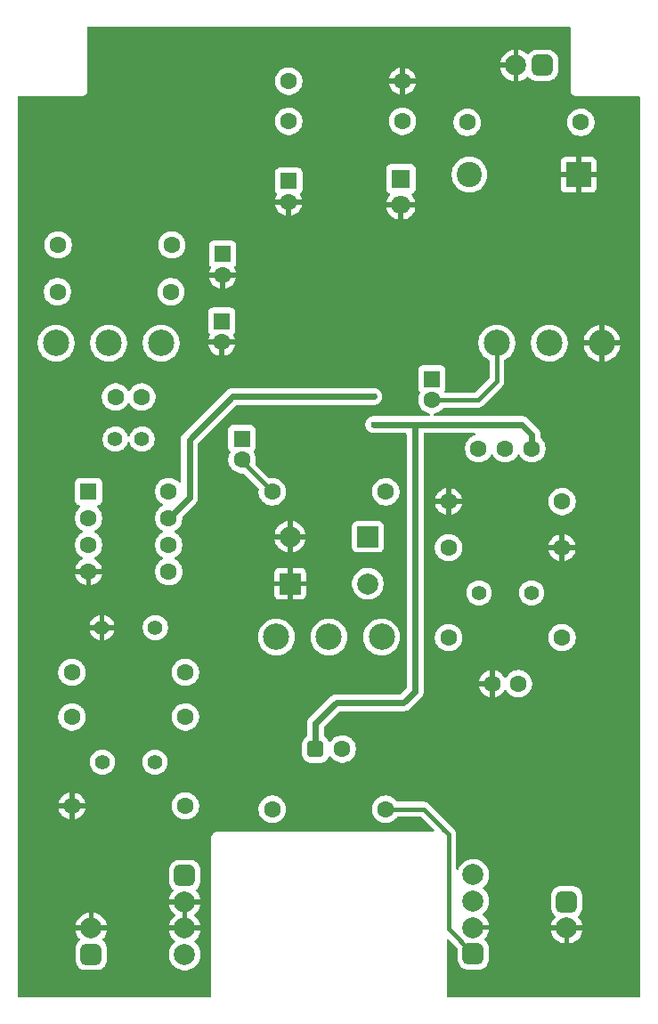
<source format=gbr>
%TF.GenerationSoftware,KiCad,Pcbnew,9.0.2*%
%TF.CreationDate,2025-07-08T13:26:24-05:00*%
%TF.ProjectId,Large Mouse Distortion,4c617267-6520-44d6-9f75-736520446973,rev?*%
%TF.SameCoordinates,Original*%
%TF.FileFunction,Copper,L2,Bot*%
%TF.FilePolarity,Positive*%
%FSLAX46Y46*%
G04 Gerber Fmt 4.6, Leading zero omitted, Abs format (unit mm)*
G04 Created by KiCad (PCBNEW 9.0.2) date 2025-07-08 13:26:24*
%MOMM*%
%LPD*%
G01*
G04 APERTURE LIST*
G04 Aperture macros list*
%AMRoundRect*
0 Rectangle with rounded corners*
0 $1 Rounding radius*
0 $2 $3 $4 $5 $6 $7 $8 $9 X,Y pos of 4 corners*
0 Add a 4 corners polygon primitive as box body*
4,1,4,$2,$3,$4,$5,$6,$7,$8,$9,$2,$3,0*
0 Add four circle primitives for the rounded corners*
1,1,$1+$1,$2,$3*
1,1,$1+$1,$4,$5*
1,1,$1+$1,$6,$7*
1,1,$1+$1,$8,$9*
0 Add four rect primitives between the rounded corners*
20,1,$1+$1,$2,$3,$4,$5,0*
20,1,$1+$1,$4,$5,$6,$7,0*
20,1,$1+$1,$6,$7,$8,$9,0*
20,1,$1+$1,$8,$9,$2,$3,0*%
G04 Aperture macros list end*
%TA.AperFunction,ComponentPad*%
%ADD10C,1.600000*%
%TD*%
%TA.AperFunction,ComponentPad*%
%ADD11C,2.000000*%
%TD*%
%TA.AperFunction,ComponentPad*%
%ADD12R,2.000000X2.000000*%
%TD*%
%TA.AperFunction,ComponentPad*%
%ADD13RoundRect,0.500000X-0.500000X0.500000X-0.500000X-0.500000X0.500000X-0.500000X0.500000X0.500000X0*%
%TD*%
%TA.AperFunction,ComponentPad*%
%ADD14R,1.600000X1.600000*%
%TD*%
%TA.AperFunction,ComponentPad*%
%ADD15R,1.800000X1.800000*%
%TD*%
%TA.AperFunction,ComponentPad*%
%ADD16C,1.800000*%
%TD*%
%TA.AperFunction,ComponentPad*%
%ADD17C,1.400000*%
%TD*%
%TA.AperFunction,ComponentPad*%
%ADD18RoundRect,0.500000X0.500000X-0.500000X0.500000X0.500000X-0.500000X0.500000X-0.500000X-0.500000X0*%
%TD*%
%TA.AperFunction,ComponentPad*%
%ADD19C,2.400000*%
%TD*%
%TA.AperFunction,ComponentPad*%
%ADD20R,2.400000X2.400000*%
%TD*%
%TA.AperFunction,ComponentPad*%
%ADD21RoundRect,0.500000X0.500000X0.500000X-0.500000X0.500000X-0.500000X-0.500000X0.500000X-0.500000X0*%
%TD*%
%TA.AperFunction,ComponentPad*%
%ADD22RoundRect,0.400000X0.400000X0.400000X-0.400000X0.400000X-0.400000X-0.400000X0.400000X-0.400000X0*%
%TD*%
%TA.AperFunction,ComponentPad*%
%ADD23C,2.500000*%
%TD*%
%TA.AperFunction,ViaPad*%
%ADD24C,0.609600*%
%TD*%
%TA.AperFunction,Conductor*%
%ADD25C,0.406400*%
%TD*%
%TA.AperFunction,Conductor*%
%ADD26C,0.609600*%
%TD*%
G04 APERTURE END LIST*
D10*
%TO.P,R17,1*%
%TO.N,Net-(J3-Pad1)*%
X54168000Y109118400D03*
%TO.P,R17,2*%
%TO.N,+VA*%
X43368000Y109118400D03*
%TD*%
%TO.P,R6,1*%
%TO.N,Net-(Q1-G)*%
X41590000Y68681600D03*
%TO.P,R6,2*%
%TO.N,GND*%
X52390000Y68681600D03*
%TD*%
D11*
%TO.P,D2,1,K*%
%TO.N,Net-(D1-A)*%
X33926000Y65252600D03*
D12*
%TO.P,D2,2,A*%
%TO.N,GND*%
X26526000Y65252600D03*
%TD*%
D13*
%TO.P,J1,1,1*%
%TO.N,/SEND*%
X16510000Y37492000D03*
D11*
%TO.P,J1,2,2*%
%TO.N,GND*%
X16510000Y34992000D03*
%TO.P,J1,3,3*%
X16510000Y32492000D03*
%TO.P,J1,4,4*%
%TO.N,/IN*%
X16510000Y29992000D03*
%TD*%
D10*
%TO.P,R18,1*%
%TO.N,VREF*%
X26400800Y109220000D03*
%TO.P,R18,2*%
%TO.N,+VA*%
X37200800Y109220000D03*
%TD*%
%TO.P,R19,1*%
%TO.N,Net-(D3-K)*%
X24826000Y43815000D03*
%TO.P,R19,2*%
%TO.N,/LED+*%
X35626000Y43815000D03*
%TD*%
D14*
%TO.P,U1,1,COMP1*%
%TO.N,Net-(U1-COMP1)*%
X7366000Y74011400D03*
D10*
%TO.P,U1,2,-*%
%TO.N,Net-(U1--)*%
X7366000Y71471400D03*
%TO.P,U1,3,+*%
%TO.N,Net-(U1-+)*%
X7366000Y68931400D03*
%TO.P,U1,4,V-*%
%TO.N,GND*%
X7366000Y66391400D03*
%TO.P,U1,5,NC*%
%TO.N,unconnected-(U1-NC-Pad5)*%
X14986000Y66391400D03*
%TO.P,U1,6*%
%TO.N,Net-(C3-Pad2)*%
X14986000Y68931400D03*
%TO.P,U1,7,V+*%
%TO.N,+VA*%
X14986000Y71471400D03*
%TO.P,U1,8,COMP2*%
%TO.N,Net-(U1-COMP2)*%
X14986000Y74011400D03*
%TD*%
D14*
%TO.P,C1,1*%
%TO.N,Net-(C1-Pad1)*%
X20015200Y90204800D03*
D10*
%TO.P,C1,2*%
%TO.N,GND*%
X20015200Y88204800D03*
%TD*%
D15*
%TO.P,C10,1*%
%TO.N,+VA*%
X37058600Y103764400D03*
D16*
%TO.P,C10,2*%
%TO.N,GND*%
X37058600Y101264400D03*
%TD*%
D10*
%TO.P,R20,1*%
%TO.N,GND*%
X37200800Y113030000D03*
%TO.P,R20,2*%
%TO.N,VREF*%
X26400800Y113030000D03*
%TD*%
D14*
%TO.P,C5,1*%
%TO.N,Net-(C5-Pad1)*%
X20116800Y96605600D03*
D10*
%TO.P,C5,2*%
%TO.N,GND*%
X20116800Y94605600D03*
%TD*%
D17*
%TO.P,C6,1*%
%TO.N,Net-(U1-+)*%
X13716000Y61087000D03*
%TO.P,C6,2*%
%TO.N,GND*%
X8636000Y61087000D03*
%TD*%
D11*
%TO.P,D1,1,K*%
%TO.N,GND*%
X26526000Y69723000D03*
D12*
%TO.P,D1,2,A*%
%TO.N,Net-(D1-A)*%
X33926000Y69723000D03*
%TD*%
D10*
%TO.P,R1,1*%
%TO.N,Net-(C1-Pad1)*%
X15204400Y93014800D03*
%TO.P,R1,2*%
%TO.N,Net-(U1--)*%
X4404400Y93014800D03*
%TD*%
%TO.P,R7,1*%
%TO.N,Net-(Q1-S)*%
X52390000Y73064990D03*
%TO.P,R7,2*%
%TO.N,GND*%
X41590000Y73064990D03*
%TD*%
%TO.P,R2,1*%
%TO.N,Net-(C5-Pad1)*%
X15280600Y97459800D03*
%TO.P,R2,2*%
%TO.N,Net-(U1--)*%
X4480600Y97459800D03*
%TD*%
D17*
%TO.P,C4,1*%
%TO.N,/SEND*%
X13676000Y48285400D03*
%TO.P,C4,2*%
%TO.N,Net-(C4-Pad2)*%
X8676000Y48285400D03*
%TD*%
D10*
%TO.P,R8,1*%
%TO.N,/SEND*%
X16576000Y44119800D03*
%TO.P,R8,2*%
%TO.N,GND*%
X5776000Y44119800D03*
%TD*%
%TO.P,R12,1*%
%TO.N,Net-(C4-Pad2)*%
X5776000Y52578000D03*
%TO.P,R12,2*%
%TO.N,VREF*%
X16576000Y52578000D03*
%TD*%
%TO.P,C8,1*%
%TO.N,Net-(C8-Pad1)*%
X48240000Y55753000D03*
%TO.P,C8,2*%
%TO.N,GND*%
X45740000Y55753000D03*
%TD*%
%TO.P,R3,1*%
%TO.N,Net-(C7-Pad2)*%
X24826000Y73990200D03*
%TO.P,R3,2*%
%TO.N,Net-(D1-A)*%
X35626000Y73990200D03*
%TD*%
D18*
%TO.P,J2,1,1*%
%TO.N,/LED+*%
X43942000Y30072000D03*
D11*
%TO.P,J2,2,2*%
%TO.N,GND*%
X43942000Y32572000D03*
%TO.P,J2,3,3*%
%TO.N,/OUT*%
X43942000Y35072000D03*
%TO.P,J2,4,4*%
%TO.N,/RETURN*%
X43942000Y37572000D03*
%TD*%
D13*
%TO.P,J5,1,1*%
%TO.N,/OUT*%
X52832000Y35012000D03*
D11*
%TO.P,J5,2,2*%
%TO.N,GND*%
X52832000Y32512000D03*
%TD*%
D10*
%TO.P,R4,1*%
%TO.N,Net-(C8-Pad1)*%
X52390000Y60121800D03*
%TO.P,R4,2*%
%TO.N,Net-(R4-Pad2)*%
X41590000Y60121800D03*
%TD*%
D19*
%TO.P,D4,1,K*%
%TO.N,+VA*%
X43588000Y104140000D03*
D20*
%TO.P,D4,2,A*%
%TO.N,GND*%
X53948000Y104140000D03*
%TD*%
D14*
%TO.P,C7,1*%
%TO.N,Net-(C3-Pad2)*%
X21945600Y79044800D03*
D10*
%TO.P,C7,2*%
%TO.N,Net-(C7-Pad2)*%
X21945600Y77044800D03*
%TD*%
D14*
%TO.P,C12,1*%
%TO.N,Net-(Q1-S)*%
X40005000Y84718400D03*
D10*
%TO.P,C12,2*%
%TO.N,Net-(C12-Pad2)*%
X40005000Y82718400D03*
%TD*%
D17*
%TO.P,C9,1*%
%TO.N,Net-(C8-Pad1)*%
X49490000Y64389000D03*
%TO.P,C9,2*%
%TO.N,Net-(Q1-G)*%
X44490000Y64389000D03*
%TD*%
D10*
%TO.P,Q1,1,D*%
%TO.N,+VA*%
X49530000Y78105000D03*
%TO.P,Q1,2,S*%
%TO.N,Net-(Q1-S)*%
X46990000Y78105000D03*
%TO.P,Q1,3,G*%
%TO.N,Net-(Q1-G)*%
X44450000Y78105000D03*
%TD*%
D14*
%TO.P,C11,1*%
%TO.N,VREF*%
X26389800Y103541400D03*
D10*
%TO.P,C11,2*%
%TO.N,GND*%
X26389800Y101541400D03*
%TD*%
%TO.P,R5,1*%
%TO.N,Net-(C4-Pad2)*%
X5776000Y56819800D03*
%TO.P,R5,2*%
%TO.N,Net-(U1-+)*%
X16576000Y56819800D03*
%TD*%
D17*
%TO.P,C2,1*%
%TO.N,Net-(U1-COMP1)*%
X9906000Y78994000D03*
%TO.P,C2,2*%
%TO.N,Net-(U1-COMP2)*%
X12446000Y78994000D03*
%TD*%
D21*
%TO.P,J3,1,1*%
%TO.N,Net-(J3-Pad1)*%
X50506000Y114537000D03*
D11*
%TO.P,J3,2,2*%
%TO.N,GND*%
X48006000Y114537000D03*
%TD*%
D18*
%TO.P,J4,1,1*%
%TO.N,/IN*%
X7620000Y30012000D03*
D11*
%TO.P,J4,2,2*%
%TO.N,GND*%
X7620000Y32512000D03*
%TD*%
D10*
%TO.P,C3,1*%
%TO.N,Net-(U1--)*%
X9926000Y83007200D03*
%TO.P,C3,2*%
%TO.N,Net-(C3-Pad2)*%
X12426000Y83007200D03*
%TD*%
%TO.P,D3,1,K*%
%TO.N,Net-(D3-K)*%
X31496000Y49530000D03*
D22*
%TO.P,D3,2,A*%
%TO.N,+VA*%
X28956000Y49530000D03*
%TD*%
D23*
%TO.P,RV3,1,1*%
%TO.N,GND*%
X56181000Y88140000D03*
%TO.P,RV3,2,2*%
%TO.N,/RETURN*%
X51181000Y88140000D03*
%TO.P,RV3,3,3*%
%TO.N,Net-(C12-Pad2)*%
X46181000Y88140000D03*
%TD*%
%TO.P,RV2,1,1*%
%TO.N,Net-(D1-A)*%
X35226000Y60200000D03*
%TO.P,RV2,2,2*%
X30226000Y60200000D03*
%TO.P,RV2,3,3*%
%TO.N,Net-(R4-Pad2)*%
X25226000Y60200000D03*
%TD*%
%TO.P,RV1,1,1*%
%TO.N,Net-(C3-Pad2)*%
X14271000Y88140000D03*
%TO.P,RV1,2,2*%
%TO.N,Net-(U1--)*%
X9271000Y88140000D03*
%TO.P,RV1,3,3*%
%TO.N,unconnected-(RV1-Pad3)*%
X4271000Y88140000D03*
%TD*%
D24*
%TO.N,+VA*%
X34493200Y83058000D03*
X34493200Y80391000D03*
%TD*%
D25*
%TO.N,Net-(C7-Pad2)*%
X24826000Y73990200D02*
X21945600Y76870600D01*
D26*
%TO.N,+VA*%
X14986000Y71471400D02*
X16941800Y73427200D01*
X49530000Y78105000D02*
X49530000Y79425800D01*
X38404800Y54991000D02*
X38404800Y80289400D01*
X48564800Y80391000D02*
X38506400Y80391000D01*
X38506400Y80391000D02*
X34493200Y80391000D01*
X30911800Y53924200D02*
X37338000Y53924200D01*
X49530000Y79425800D02*
X48564800Y80391000D01*
X38404800Y80289400D02*
X38506400Y80391000D01*
X21056600Y83058000D02*
X34493200Y83058000D01*
X28956000Y51968400D02*
X30911800Y53924200D01*
X16941800Y73427200D02*
X16941800Y78943200D01*
X28956000Y49530000D02*
X28956000Y51968400D01*
X16941800Y78943200D02*
X21056600Y83058000D01*
X37338000Y53924200D02*
X38404800Y54991000D01*
D25*
%TO.N,/LED+*%
X41606200Y41443003D02*
X41606200Y32407800D01*
X39234203Y43815000D02*
X41148000Y41901203D01*
X41606200Y32407800D02*
X43942000Y30072000D01*
X41189003Y41860200D02*
X41606200Y41443003D01*
X41148000Y41901203D02*
X41148000Y41860200D01*
X41148000Y41860200D02*
X41189003Y41860200D01*
X35626000Y43815000D02*
X39234203Y43815000D01*
%TO.N,Net-(C12-Pad2)*%
X44415200Y82718400D02*
X46181000Y84484200D01*
X46181000Y84484200D02*
X46181000Y88140000D01*
X40005000Y82718400D02*
X44415200Y82718400D01*
%TD*%
%TA.AperFunction,Conductor*%
%TO.N,GND*%
G36*
X16760000Y32925012D02*
G01*
X16702993Y32957925D01*
X16575826Y32992000D01*
X16444174Y32992000D01*
X16317007Y32957925D01*
X16260000Y32925012D01*
X16260000Y34558988D01*
X16317007Y34526075D01*
X16444174Y34492000D01*
X16575826Y34492000D01*
X16702993Y34526075D01*
X16760000Y34558988D01*
X16760000Y32925012D01*
G37*
%TD.AperFunction*%
%TA.AperFunction,Conductor*%
G36*
X53155539Y118216815D02*
G01*
X53201294Y118164011D01*
X53212500Y118112500D01*
X53212500Y112074055D01*
X53247153Y111944725D01*
X53314099Y111828774D01*
X53314101Y111828771D01*
X53408771Y111734101D01*
X53408774Y111734099D01*
X53524725Y111667153D01*
X53654055Y111632500D01*
X53787945Y111632500D01*
X59692500Y111632500D01*
X59759539Y111612815D01*
X59805294Y111560011D01*
X59816500Y111508500D01*
X59816500Y26032500D01*
X59796815Y25965461D01*
X59744011Y25919706D01*
X59692500Y25908500D01*
X41526500Y25908500D01*
X41459461Y25928185D01*
X41413706Y25980989D01*
X41402500Y26032500D01*
X41402500Y31316955D01*
X41422185Y31383994D01*
X41474989Y31429749D01*
X41544147Y31439693D01*
X41607703Y31410668D01*
X41614181Y31404636D01*
X42405181Y30613635D01*
X42438666Y30552312D01*
X42441500Y30525954D01*
X42441500Y29513971D01*
X42441501Y29513965D01*
X42452113Y29394584D01*
X42508089Y29198954D01*
X42602304Y29018590D01*
X42730890Y28860890D01*
X42888590Y28732304D01*
X42888591Y28732303D01*
X42888593Y28732302D01*
X42978772Y28685196D01*
X43068954Y28638089D01*
X43225376Y28593332D01*
X43264582Y28582114D01*
X43264583Y28582113D01*
X43264586Y28582113D01*
X43341511Y28575274D01*
X43383963Y28571500D01*
X43383966Y28571500D01*
X43383967Y28571500D01*
X44500028Y28571500D01*
X44500033Y28571500D01*
X44500036Y28571501D01*
X44523330Y28573571D01*
X44619415Y28582113D01*
X44815045Y28638089D01*
X44815049Y28638091D01*
X44995407Y28732302D01*
X45079525Y28800891D01*
X45153109Y28860890D01*
X45232774Y28958593D01*
X45281698Y29018593D01*
X45375909Y29198951D01*
X45431886Y29394582D01*
X45442500Y29513963D01*
X45442499Y30630036D01*
X45431886Y30749418D01*
X45375909Y30945049D01*
X45281698Y31125407D01*
X45153109Y31283109D01*
X45050882Y31366463D01*
X45011367Y31424081D01*
X45009275Y31493919D01*
X45041564Y31550244D01*
X45086133Y31594813D01*
X45224914Y31785828D01*
X45332102Y31996197D01*
X45405065Y32220751D01*
X45420542Y32318462D01*
X45421103Y32322000D01*
X44375012Y32322000D01*
X44407925Y32379007D01*
X44442000Y32506174D01*
X44442000Y32637826D01*
X44407925Y32764993D01*
X44375012Y32822000D01*
X45421102Y32822000D01*
X45405065Y32923247D01*
X45332102Y33147802D01*
X45224914Y33358171D01*
X45086133Y33549186D01*
X44919182Y33716137D01*
X44911981Y33721369D01*
X44869312Y33776696D01*
X44863329Y33846309D01*
X44895932Y33908106D01*
X44911974Y33922008D01*
X44919509Y33927482D01*
X45086514Y34094487D01*
X45086517Y34094490D01*
X45225343Y34285567D01*
X45311149Y34453971D01*
X45332566Y34496003D01*
X45405553Y34720631D01*
X45442500Y34953902D01*
X45442500Y35190097D01*
X45405553Y35423368D01*
X45383253Y35492000D01*
X45357898Y35570033D01*
X51331500Y35570033D01*
X51331500Y34453971D01*
X51331501Y34453965D01*
X51342113Y34334584D01*
X51398089Y34138954D01*
X51398091Y34138951D01*
X51475321Y33991101D01*
X51492304Y33958590D01*
X51620890Y33800890D01*
X51723115Y33717538D01*
X51762632Y33659917D01*
X51764724Y33590079D01*
X51732435Y33533755D01*
X51687866Y33489186D01*
X51549085Y33298171D01*
X51441897Y33087802D01*
X51368934Y32863247D01*
X51352898Y32762000D01*
X52398988Y32762000D01*
X52366075Y32704993D01*
X52332000Y32577826D01*
X52332000Y32446174D01*
X52366075Y32319007D01*
X52398988Y32262000D01*
X51352898Y32262000D01*
X51368934Y32160752D01*
X51441897Y31936197D01*
X51549085Y31725828D01*
X51687866Y31534813D01*
X51854813Y31367866D01*
X52045828Y31229085D01*
X52256197Y31121897D01*
X52480752Y31048934D01*
X52582000Y31032897D01*
X52582000Y32078988D01*
X52639007Y32046075D01*
X52766174Y32012000D01*
X52897826Y32012000D01*
X53024993Y32046075D01*
X53082000Y32078988D01*
X53082000Y31032897D01*
X53183247Y31048934D01*
X53407802Y31121897D01*
X53618171Y31229085D01*
X53809186Y31367866D01*
X53976133Y31534813D01*
X54114914Y31725828D01*
X54222102Y31936197D01*
X54295065Y32160752D01*
X54311102Y32262000D01*
X53265012Y32262000D01*
X53297925Y32319007D01*
X53332000Y32446174D01*
X53332000Y32577826D01*
X53297925Y32704993D01*
X53265012Y32762000D01*
X54311102Y32762000D01*
X54295065Y32863247D01*
X54222102Y33087802D01*
X54114914Y33298171D01*
X53976133Y33489186D01*
X53931565Y33533754D01*
X53898079Y33595077D01*
X53903063Y33664768D01*
X53940885Y33717538D01*
X54043107Y33800888D01*
X54100480Y33871251D01*
X54171698Y33958593D01*
X54265909Y34138951D01*
X54321886Y34334582D01*
X54332500Y34453963D01*
X54332499Y35570036D01*
X54321886Y35689418D01*
X54265909Y35885049D01*
X54171698Y36065407D01*
X54043109Y36223109D01*
X53885407Y36351698D01*
X53705049Y36445909D01*
X53509418Y36501886D01*
X53390037Y36512500D01*
X52273964Y36512499D01*
X52154582Y36501886D01*
X51958951Y36445909D01*
X51778593Y36351698D01*
X51714803Y36299684D01*
X51620890Y36223109D01*
X51557012Y36144768D01*
X51492302Y36065407D01*
X51398091Y35885049D01*
X51398089Y35885045D01*
X51390475Y35858433D01*
X51342114Y35689418D01*
X51342114Y35689416D01*
X51342113Y35689413D01*
X51338031Y35643499D01*
X51332054Y35576260D01*
X51331500Y35570033D01*
X45357898Y35570033D01*
X45332568Y35647992D01*
X45225343Y35858433D01*
X45086517Y36049510D01*
X44919510Y36216517D01*
X44912401Y36221682D01*
X44869735Y36277012D01*
X44863756Y36346625D01*
X44896362Y36408420D01*
X44912401Y36422318D01*
X44919506Y36427480D01*
X44919510Y36427483D01*
X45086517Y36594490D01*
X45225343Y36785567D01*
X45300959Y36933971D01*
X45332566Y36996003D01*
X45405553Y37220631D01*
X45442500Y37453902D01*
X45442500Y37690097D01*
X45405553Y37923368D01*
X45332568Y38147992D01*
X45225343Y38358433D01*
X45086517Y38549510D01*
X44919510Y38716517D01*
X44728433Y38855343D01*
X44517992Y38962568D01*
X44293368Y39035553D01*
X44060097Y39072500D01*
X44060092Y39072500D01*
X43823908Y39072500D01*
X43823903Y39072500D01*
X43590631Y39035553D01*
X43486412Y39001689D01*
X43366008Y38962568D01*
X43366005Y38962566D01*
X43366003Y38962566D01*
X43254991Y38906002D01*
X43155567Y38855343D01*
X42964490Y38716517D01*
X42797483Y38549510D01*
X42663464Y38365049D01*
X42658657Y38358433D01*
X42551430Y38147990D01*
X42549571Y38143499D01*
X42548284Y38144031D01*
X42512394Y38091543D01*
X42448035Y38064345D01*
X42379189Y38076260D01*
X42327713Y38123504D01*
X42309900Y38187537D01*
X42309900Y41368558D01*
X42309901Y41368584D01*
X42309901Y41512313D01*
X42309900Y41512315D01*
X42288113Y41621846D01*
X42282858Y41648265D01*
X42232135Y41770716D01*
X42230492Y41775309D01*
X42229811Y41776326D01*
X42229811Y41776329D01*
X42229811Y41776330D01*
X42152800Y41891586D01*
X42054783Y41989603D01*
X42054781Y41989604D01*
X42047715Y41996670D01*
X42047711Y41996673D01*
X41735605Y42308779D01*
X41735603Y42308783D01*
X41637586Y42406800D01*
X41596583Y42447803D01*
X41596579Y42447805D01*
X39787873Y44256511D01*
X39787870Y44256515D01*
X39780804Y44263581D01*
X39780803Y44263583D01*
X39682786Y44361600D01*
X39567530Y44438611D01*
X39567527Y44438612D01*
X39567526Y44438613D01*
X39439467Y44491656D01*
X39439465Y44491657D01*
X39394971Y44500507D01*
X39303513Y44518701D01*
X39303511Y44518701D01*
X39164895Y44518701D01*
X39158781Y44518701D01*
X39158761Y44518700D01*
X36785419Y44518700D01*
X36718380Y44538385D01*
X36685100Y44569816D01*
X36649349Y44619023D01*
X36617966Y44662219D01*
X36473219Y44806966D01*
X36473215Y44806968D01*
X36473213Y44806971D01*
X36400590Y44859732D01*
X36307610Y44927287D01*
X36125219Y45020220D01*
X35930534Y45083477D01*
X35728352Y45115500D01*
X35523648Y45115500D01*
X35422557Y45099488D01*
X35321465Y45083477D01*
X35231137Y45054127D01*
X35126781Y45020220D01*
X35126778Y45020218D01*
X35126776Y45020218D01*
X35060607Y44986503D01*
X34944390Y44927287D01*
X34944386Y44927284D01*
X34778786Y44806971D01*
X34634028Y44662213D01*
X34544064Y44538385D01*
X34513713Y44496610D01*
X34511189Y44491656D01*
X34420781Y44314223D01*
X34357522Y44119534D01*
X34325500Y43917351D01*
X34325500Y43712648D01*
X34357522Y43510465D01*
X34420781Y43315776D01*
X34513715Y43133386D01*
X34634028Y42967786D01*
X34778786Y42823028D01*
X34944386Y42702715D01*
X35126776Y42609781D01*
X35321465Y42546522D01*
X35499329Y42518351D01*
X35523648Y42514500D01*
X35523649Y42514500D01*
X35728351Y42514500D01*
X35728352Y42514500D01*
X35755995Y42518878D01*
X35930534Y42546522D01*
X36125223Y42609781D01*
X36250653Y42673691D01*
X36307610Y42702713D01*
X36307613Y42702715D01*
X36473213Y42823028D01*
X36617969Y42967784D01*
X36685100Y43060184D01*
X36740430Y43102851D01*
X36785419Y43111300D01*
X38891359Y43111300D01*
X38958398Y43091615D01*
X38979040Y43074981D01*
X40185840Y41868181D01*
X40219325Y41806858D01*
X40214341Y41737166D01*
X40172469Y41681233D01*
X40107005Y41656816D01*
X40098159Y41656500D01*
X19624945Y41656500D01*
X19491055Y41656500D01*
X19361726Y41621847D01*
X19245774Y41554901D01*
X19151099Y41460226D01*
X19098189Y41368584D01*
X19084153Y41344274D01*
X19049500Y41214944D01*
X19049500Y26032500D01*
X19029815Y25965461D01*
X18977011Y25919706D01*
X18925500Y25908500D01*
X759500Y25908500D01*
X692461Y25928185D01*
X646706Y25980989D01*
X635500Y26032500D01*
X635500Y30570033D01*
X6119500Y30570033D01*
X6119500Y29453971D01*
X6119501Y29453965D01*
X6130113Y29334584D01*
X6186089Y29138954D01*
X6186091Y29138951D01*
X6251105Y29014487D01*
X6280304Y28958590D01*
X6408890Y28800890D01*
X6566590Y28672304D01*
X6566591Y28672303D01*
X6566593Y28672302D01*
X6632087Y28638091D01*
X6746954Y28578089D01*
X6903376Y28533332D01*
X6942582Y28522114D01*
X6942583Y28522113D01*
X6942586Y28522113D01*
X7019511Y28515274D01*
X7061963Y28511500D01*
X7061966Y28511500D01*
X7061967Y28511500D01*
X8178028Y28511500D01*
X8178033Y28511500D01*
X8178036Y28511501D01*
X8201330Y28513571D01*
X8297415Y28522113D01*
X8493045Y28578089D01*
X8493049Y28578091D01*
X8673407Y28672302D01*
X8717993Y28708657D01*
X8831109Y28800890D01*
X8907684Y28894803D01*
X8959698Y28958593D01*
X9053909Y29138951D01*
X9109886Y29334582D01*
X9120500Y29453963D01*
X9120499Y30570036D01*
X9109886Y30689418D01*
X9053909Y30885049D01*
X8959698Y31065407D01*
X8831109Y31223109D01*
X8728882Y31306463D01*
X8689367Y31364081D01*
X8687275Y31433919D01*
X8719564Y31490244D01*
X8764133Y31534813D01*
X8902914Y31725828D01*
X9010102Y31936197D01*
X9083065Y32160752D01*
X9099102Y32262000D01*
X8053012Y32262000D01*
X8085925Y32319007D01*
X8120000Y32446174D01*
X8120000Y32577826D01*
X8085925Y32704993D01*
X8053012Y32762000D01*
X9099102Y32762000D01*
X9083065Y32863247D01*
X9010102Y33087802D01*
X8902914Y33298171D01*
X8764133Y33489186D01*
X8597186Y33656133D01*
X8406171Y33794914D01*
X8195804Y33902102D01*
X7971255Y33975063D01*
X7971249Y33975065D01*
X7870000Y33991100D01*
X7870000Y32945012D01*
X7812993Y32977925D01*
X7685826Y33012000D01*
X7554174Y33012000D01*
X7427007Y32977925D01*
X7370000Y32945012D01*
X7370000Y33991101D01*
X7268750Y33975065D01*
X7268744Y33975063D01*
X7044195Y33902102D01*
X6833828Y33794914D01*
X6642813Y33656133D01*
X6475866Y33489186D01*
X6337085Y33298171D01*
X6229897Y33087802D01*
X6156934Y32863247D01*
X6140898Y32762000D01*
X7186988Y32762000D01*
X7154075Y32704993D01*
X7120000Y32577826D01*
X7120000Y32446174D01*
X7154075Y32319007D01*
X7186988Y32262000D01*
X6140898Y32262000D01*
X6156934Y32160752D01*
X6229897Y31936197D01*
X6337087Y31725825D01*
X6475858Y31534822D01*
X6475863Y31534816D01*
X6520436Y31490242D01*
X6553920Y31428919D01*
X6548934Y31359227D01*
X6511114Y31306461D01*
X6408890Y31223109D01*
X6314977Y31107933D01*
X6280302Y31065407D01*
X6186091Y30885049D01*
X6186089Y30885045D01*
X6155584Y30778433D01*
X6130114Y30689418D01*
X6130114Y30689416D01*
X6130113Y30689413D01*
X6124834Y30630036D01*
X6120148Y30577317D01*
X6119500Y30570033D01*
X635500Y30570033D01*
X635500Y38050033D01*
X15009500Y38050033D01*
X15009500Y36933971D01*
X15009501Y36933965D01*
X15020113Y36814584D01*
X15076089Y36618954D01*
X15076091Y36618951D01*
X15166480Y36445909D01*
X15170304Y36438590D01*
X15298890Y36280890D01*
X15401115Y36197538D01*
X15440632Y36139917D01*
X15442724Y36070079D01*
X15410435Y36013755D01*
X15365866Y35969186D01*
X15227085Y35778171D01*
X15119897Y35567802D01*
X15046934Y35343247D01*
X15030898Y35242000D01*
X16076988Y35242000D01*
X16044075Y35184993D01*
X16010000Y35057826D01*
X16010000Y34926174D01*
X16044075Y34799007D01*
X16076988Y34742000D01*
X15030898Y34742000D01*
X15046934Y34640752D01*
X15119897Y34416197D01*
X15227085Y34205828D01*
X15365866Y34014813D01*
X15532816Y33847863D01*
X15540451Y33842317D01*
X15583116Y33786986D01*
X15589094Y33717373D01*
X15556487Y33655578D01*
X15540451Y33641683D01*
X15532816Y33636136D01*
X15365866Y33469186D01*
X15227085Y33278171D01*
X15119897Y33067802D01*
X15046934Y32843247D01*
X15030898Y32742000D01*
X16076988Y32742000D01*
X16044075Y32684993D01*
X16010000Y32557826D01*
X16010000Y32426174D01*
X16044075Y32299007D01*
X16076988Y32242000D01*
X15030898Y32242000D01*
X15046934Y32140752D01*
X15119897Y31916197D01*
X15227085Y31705828D01*
X15365866Y31514813D01*
X15532813Y31347866D01*
X15540025Y31342627D01*
X15582690Y31287297D01*
X15588669Y31217683D01*
X15556063Y31155888D01*
X15540027Y31141993D01*
X15532490Y31136517D01*
X15365483Y30969510D01*
X15226657Y30778433D01*
X15119433Y30567996D01*
X15046446Y30343368D01*
X15009500Y30110097D01*
X15009500Y29873902D01*
X15046446Y29640631D01*
X15119433Y29416003D01*
X15226657Y29205566D01*
X15305862Y29096550D01*
X15365483Y29014490D01*
X15365485Y29014488D01*
X15365485Y29014487D01*
X15532487Y28847485D01*
X15723566Y28708657D01*
X15934003Y28601433D01*
X16158631Y28528446D01*
X16391903Y28491500D01*
X16391908Y28491500D01*
X16628097Y28491500D01*
X16861368Y28528446D01*
X17085996Y28601433D01*
X17296433Y28708657D01*
X17328980Y28732304D01*
X17487510Y28847483D01*
X17654517Y29014490D01*
X17793343Y29205567D01*
X17844002Y29304991D01*
X17900566Y29416003D01*
X17912901Y29453964D01*
X17973553Y29640632D01*
X18010500Y29873902D01*
X18010500Y30110097D01*
X17973553Y30343368D01*
X17900568Y30567992D01*
X17793343Y30778433D01*
X17654517Y30969510D01*
X17487510Y31136517D01*
X17479973Y31141992D01*
X17437309Y31197322D01*
X17431331Y31266936D01*
X17463938Y31328730D01*
X17479975Y31342627D01*
X17487185Y31347866D01*
X17487186Y31347866D01*
X17654133Y31514813D01*
X17792914Y31705828D01*
X17900102Y31916197D01*
X17973065Y32140752D01*
X17989102Y32242000D01*
X16943012Y32242000D01*
X16975925Y32299007D01*
X17010000Y32426174D01*
X17010000Y32557826D01*
X16975925Y32684993D01*
X16943012Y32742000D01*
X17989102Y32742000D01*
X17973065Y32843247D01*
X17900102Y33067802D01*
X17792914Y33278171D01*
X17654133Y33469186D01*
X17487180Y33636139D01*
X17479555Y33641679D01*
X17436887Y33697007D01*
X17430905Y33766620D01*
X17463508Y33828417D01*
X17479555Y33842321D01*
X17487180Y33847860D01*
X17654133Y34014813D01*
X17792914Y34205828D01*
X17900102Y34416197D01*
X17973065Y34640752D01*
X17989102Y34742000D01*
X16943012Y34742000D01*
X16975925Y34799007D01*
X17010000Y34926174D01*
X17010000Y35057826D01*
X16975925Y35184993D01*
X16943012Y35242000D01*
X17989102Y35242000D01*
X17973065Y35343247D01*
X17900102Y35567802D01*
X17792914Y35778171D01*
X17654133Y35969186D01*
X17609565Y36013754D01*
X17576079Y36075077D01*
X17581063Y36144768D01*
X17618885Y36197538D01*
X17721107Y36280888D01*
X17836427Y36422318D01*
X17849698Y36438593D01*
X17943909Y36618951D01*
X17999886Y36814582D01*
X18010500Y36933963D01*
X18010499Y38050036D01*
X17999886Y38169418D01*
X17943909Y38365049D01*
X17849698Y38545407D01*
X17721109Y38703109D01*
X17563407Y38831698D01*
X17383049Y38925909D01*
X17187418Y38981886D01*
X17068037Y38992500D01*
X15951964Y38992499D01*
X15832582Y38981886D01*
X15636951Y38925909D01*
X15456593Y38831698D01*
X15392803Y38779684D01*
X15298890Y38703109D01*
X15204977Y38587933D01*
X15170302Y38545407D01*
X15076091Y38365049D01*
X15076089Y38365045D01*
X15042550Y38247829D01*
X15020114Y38169418D01*
X15020114Y38169416D01*
X15020113Y38169413D01*
X15016032Y38123504D01*
X15011832Y38076260D01*
X15009500Y38050033D01*
X635500Y38050033D01*
X635500Y44369800D01*
X4499391Y44369800D01*
X5460314Y44369800D01*
X5455920Y44365406D01*
X5403259Y44274194D01*
X5376000Y44172461D01*
X5376000Y44067139D01*
X5403259Y43965406D01*
X5455920Y43874194D01*
X5460314Y43869800D01*
X4499391Y43869800D01*
X4508009Y43815386D01*
X4571244Y43620770D01*
X4664140Y43438450D01*
X4784417Y43272905D01*
X4784417Y43272904D01*
X4929104Y43128217D01*
X5094650Y43007940D01*
X5276970Y42915044D01*
X5471586Y42851809D01*
X5526000Y42843190D01*
X5526000Y43804114D01*
X5530394Y43799720D01*
X5621606Y43747059D01*
X5723339Y43719800D01*
X5828661Y43719800D01*
X5930394Y43747059D01*
X6021606Y43799720D01*
X6026000Y43804114D01*
X6026000Y42843190D01*
X6080413Y42851809D01*
X6275029Y42915044D01*
X6457349Y43007940D01*
X6622894Y43128217D01*
X6622895Y43128217D01*
X6767582Y43272904D01*
X6767582Y43272905D01*
X6887859Y43438450D01*
X6980755Y43620770D01*
X7043990Y43815386D01*
X7052609Y43869800D01*
X6091686Y43869800D01*
X6096080Y43874194D01*
X6148741Y43965406D01*
X6176000Y44067139D01*
X6176000Y44172461D01*
X6162686Y44222151D01*
X15275500Y44222151D01*
X15275500Y44017448D01*
X15307522Y43815265D01*
X15370781Y43620576D01*
X15463715Y43438186D01*
X15584028Y43272586D01*
X15728786Y43127828D01*
X15894386Y43007515D01*
X16076776Y42914581D01*
X16271465Y42851322D01*
X16449329Y42823151D01*
X16473648Y42819300D01*
X16473649Y42819300D01*
X16678351Y42819300D01*
X16678352Y42819300D01*
X16705995Y42823678D01*
X16880534Y42851322D01*
X17075223Y42914581D01*
X17200653Y42978491D01*
X17257610Y43007513D01*
X17258198Y43007940D01*
X17423213Y43127828D01*
X17567971Y43272586D01*
X17688284Y43438186D01*
X17688287Y43438190D01*
X17747503Y43554407D01*
X17781218Y43620576D01*
X17844477Y43815265D01*
X17860646Y43917351D01*
X23525500Y43917351D01*
X23525500Y43712648D01*
X23557522Y43510465D01*
X23620781Y43315776D01*
X23713715Y43133386D01*
X23834028Y42967786D01*
X23978786Y42823028D01*
X24144386Y42702715D01*
X24326776Y42609781D01*
X24521465Y42546522D01*
X24699329Y42518351D01*
X24723648Y42514500D01*
X24723649Y42514500D01*
X24928351Y42514500D01*
X24928352Y42514500D01*
X24955995Y42518878D01*
X25130534Y42546522D01*
X25325223Y42609781D01*
X25450653Y42673691D01*
X25507610Y42702713D01*
X25507613Y42702715D01*
X25673213Y42823028D01*
X25817971Y42967786D01*
X25938284Y43133386D01*
X25938287Y43133390D01*
X25997503Y43249607D01*
X26031218Y43315776D01*
X26094477Y43510465D01*
X26126500Y43712648D01*
X26126500Y43917351D01*
X26094477Y44119534D01*
X26077280Y44172461D01*
X26031220Y44314219D01*
X25938287Y44496610D01*
X25870732Y44589590D01*
X25817971Y44662213D01*
X25817968Y44662215D01*
X25817966Y44662219D01*
X25673219Y44806966D01*
X25673215Y44806968D01*
X25673213Y44806971D01*
X25600590Y44859732D01*
X25507610Y44927287D01*
X25325219Y45020220D01*
X25130534Y45083477D01*
X24928352Y45115500D01*
X24723648Y45115500D01*
X24622557Y45099488D01*
X24521465Y45083477D01*
X24431137Y45054127D01*
X24326781Y45020220D01*
X24326778Y45020218D01*
X24326776Y45020218D01*
X24260607Y44986503D01*
X24144390Y44927287D01*
X24144386Y44927284D01*
X23978786Y44806971D01*
X23834028Y44662213D01*
X23744064Y44538385D01*
X23713713Y44496610D01*
X23711189Y44491656D01*
X23620781Y44314223D01*
X23557522Y44119534D01*
X23525500Y43917351D01*
X17860646Y43917351D01*
X17864490Y43941622D01*
X17876500Y44017448D01*
X17876500Y44222151D01*
X17871058Y44256507D01*
X17844477Y44424334D01*
X17781220Y44619019D01*
X17688287Y44801410D01*
X17596833Y44927287D01*
X17567971Y44967013D01*
X17567968Y44967015D01*
X17567966Y44967019D01*
X17423219Y45111766D01*
X17423215Y45111768D01*
X17423213Y45111771D01*
X17350590Y45164532D01*
X17257610Y45232087D01*
X17075219Y45325020D01*
X16880534Y45388277D01*
X16678352Y45420300D01*
X16473648Y45420300D01*
X16372557Y45404288D01*
X16271465Y45388277D01*
X16181137Y45358927D01*
X16076781Y45325020D01*
X16076778Y45325018D01*
X16076776Y45325018D01*
X16010607Y45291303D01*
X15894390Y45232087D01*
X15894386Y45232084D01*
X15728786Y45111771D01*
X15584028Y44967013D01*
X15463715Y44801413D01*
X15370781Y44619023D01*
X15307522Y44424334D01*
X15275500Y44222151D01*
X6162686Y44222151D01*
X6148741Y44274194D01*
X6096080Y44365406D01*
X6091686Y44369800D01*
X7052609Y44369800D01*
X7043990Y44424213D01*
X6980755Y44618829D01*
X6887859Y44801149D01*
X6767582Y44966694D01*
X6767582Y44966695D01*
X6622895Y45111382D01*
X6457349Y45231659D01*
X6275031Y45324554D01*
X6080421Y45387788D01*
X6026000Y45396406D01*
X6026000Y44435486D01*
X6021606Y44439880D01*
X5930394Y44492541D01*
X5828661Y44519800D01*
X5723339Y44519800D01*
X5621606Y44492541D01*
X5530394Y44439880D01*
X5526000Y44435486D01*
X5526000Y45396407D01*
X5471578Y45387788D01*
X5276968Y45324554D01*
X5094650Y45231659D01*
X4929105Y45111382D01*
X4929104Y45111382D01*
X4784417Y44966695D01*
X4784417Y44966694D01*
X4664140Y44801149D01*
X4571244Y44618829D01*
X4508009Y44424213D01*
X4499391Y44369800D01*
X635500Y44369800D01*
X635500Y48379886D01*
X7475500Y48379886D01*
X7475500Y48190913D01*
X7505059Y48004281D01*
X7563454Y47824563D01*
X7649240Y47656200D01*
X7712610Y47568979D01*
X7760310Y47503327D01*
X7760312Y47503325D01*
X7760312Y47503324D01*
X7893924Y47369712D01*
X8046800Y47258640D01*
X8215163Y47172854D01*
X8394881Y47114459D01*
X8581514Y47084900D01*
X8581519Y47084900D01*
X8770486Y47084900D01*
X8957118Y47114459D01*
X9136836Y47172854D01*
X9305199Y47258640D01*
X9458073Y47369710D01*
X9591690Y47503327D01*
X9702760Y47656201D01*
X9743290Y47735747D01*
X9788545Y47824563D01*
X9846940Y48004281D01*
X9876500Y48190913D01*
X9876500Y48379886D01*
X12475500Y48379886D01*
X12475500Y48190913D01*
X12505059Y48004281D01*
X12563454Y47824563D01*
X12649240Y47656200D01*
X12712610Y47568979D01*
X12760310Y47503327D01*
X12760312Y47503325D01*
X12760312Y47503324D01*
X12893924Y47369712D01*
X13046800Y47258640D01*
X13215163Y47172854D01*
X13394881Y47114459D01*
X13581514Y47084900D01*
X13581519Y47084900D01*
X13770486Y47084900D01*
X13957118Y47114459D01*
X14136836Y47172854D01*
X14305199Y47258640D01*
X14458073Y47369710D01*
X14591690Y47503327D01*
X14702760Y47656201D01*
X14743290Y47735747D01*
X14788545Y47824563D01*
X14846940Y48004281D01*
X14876500Y48190913D01*
X14876500Y48379886D01*
X14846940Y48566518D01*
X14824087Y48636851D01*
X14788547Y48746232D01*
X14702760Y48914599D01*
X14591690Y49067473D01*
X14458073Y49201090D01*
X14305199Y49312160D01*
X14136832Y49397947D01*
X13957118Y49456340D01*
X13770486Y49485900D01*
X13770481Y49485900D01*
X13581519Y49485900D01*
X13581514Y49485900D01*
X13394881Y49456340D01*
X13311497Y49429246D01*
X13215168Y49397947D01*
X13215165Y49397945D01*
X13215163Y49397945D01*
X13126347Y49352690D01*
X13046801Y49312160D01*
X12893927Y49201090D01*
X12760310Y49067473D01*
X12649240Y48914599D01*
X12563454Y48746236D01*
X12505059Y48566518D01*
X12475500Y48379886D01*
X9876500Y48379886D01*
X9846940Y48566518D01*
X9824087Y48636851D01*
X9788547Y48746232D01*
X9702760Y48914599D01*
X9591690Y49067473D01*
X9458073Y49201090D01*
X9305199Y49312160D01*
X9136832Y49397947D01*
X8957118Y49456340D01*
X8770486Y49485900D01*
X8770481Y49485900D01*
X8581519Y49485900D01*
X8581514Y49485900D01*
X8394881Y49456340D01*
X8311497Y49429246D01*
X8215168Y49397947D01*
X8215165Y49397945D01*
X8215163Y49397945D01*
X8126347Y49352690D01*
X8046801Y49312160D01*
X7893927Y49201090D01*
X7760310Y49067473D01*
X7649240Y48914599D01*
X7563454Y48746236D01*
X7505059Y48566518D01*
X7475500Y48379886D01*
X635500Y48379886D01*
X635500Y49993026D01*
X27655500Y49993026D01*
X27655500Y49066989D01*
X27655501Y49066970D01*
X27661687Y48988356D01*
X27710680Y48805512D01*
X27796614Y48636853D01*
X27915743Y48489743D01*
X28062853Y48370614D01*
X28231512Y48284680D01*
X28414356Y48235687D01*
X28492979Y48229500D01*
X29419010Y48229500D01*
X29419029Y48229501D01*
X29497643Y48235687D01*
X29613562Y48266747D01*
X29680488Y48284680D01*
X29723868Y48306783D01*
X29849146Y48370614D01*
X29909958Y48419859D01*
X29996257Y48489743D01*
X30115383Y48636851D01*
X30115385Y48636853D01*
X30197481Y48797978D01*
X30245455Y48848775D01*
X30313276Y48865570D01*
X30379411Y48843033D01*
X30408284Y48814569D01*
X30504028Y48682787D01*
X30504032Y48682782D01*
X30648786Y48538028D01*
X30814386Y48417715D01*
X30996776Y48324781D01*
X31191465Y48261522D01*
X31354579Y48235688D01*
X31393648Y48229500D01*
X31393649Y48229500D01*
X31598351Y48229500D01*
X31598352Y48229500D01*
X31637421Y48235688D01*
X31800534Y48261522D01*
X31995223Y48324781D01*
X32120653Y48388691D01*
X32177610Y48417713D01*
X32177613Y48417715D01*
X32343213Y48538028D01*
X32487971Y48682786D01*
X32608284Y48848386D01*
X32608287Y48848390D01*
X32679603Y48988355D01*
X32701218Y49030776D01*
X32712979Y49066970D01*
X32764477Y49225466D01*
X32796500Y49427648D01*
X32796500Y49632352D01*
X32764477Y49834534D01*
X32701220Y50029219D01*
X32608287Y50211610D01*
X32540732Y50304590D01*
X32487971Y50377213D01*
X32487968Y50377215D01*
X32487966Y50377219D01*
X32343219Y50521966D01*
X32343215Y50521968D01*
X32343213Y50521971D01*
X32270590Y50574732D01*
X32177610Y50642287D01*
X31995219Y50735220D01*
X31800534Y50798477D01*
X31598352Y50830500D01*
X31393648Y50830500D01*
X31292557Y50814488D01*
X31191465Y50798477D01*
X31101137Y50769127D01*
X30996781Y50735220D01*
X30996778Y50735218D01*
X30996776Y50735218D01*
X30930607Y50701503D01*
X30814390Y50642287D01*
X30814386Y50642284D01*
X30648786Y50521971D01*
X30648781Y50521966D01*
X30504034Y50377219D01*
X30408283Y50245429D01*
X30352955Y50202764D01*
X30283342Y50196785D01*
X30221546Y50229390D01*
X30197483Y50262017D01*
X30138789Y50377213D01*
X30115385Y50423146D01*
X30115383Y50423149D01*
X29996257Y50570257D01*
X29849149Y50689383D01*
X29829007Y50699645D01*
X29778211Y50747617D01*
X29761300Y50810131D01*
X29761300Y51583472D01*
X29780985Y51650511D01*
X29797619Y51671153D01*
X31209047Y53082581D01*
X31270370Y53116066D01*
X31296728Y53118900D01*
X37252551Y53118900D01*
X37252571Y53118899D01*
X37258685Y53118899D01*
X37417317Y53118899D01*
X37572891Y53149845D01*
X37572901Y53149848D01*
X37719446Y53210548D01*
X37719459Y53210555D01*
X37851348Y53298681D01*
X37851352Y53298684D01*
X37967838Y53415170D01*
X37967858Y53415192D01*
X38915022Y54362356D01*
X38915053Y54362385D01*
X39030315Y54477647D01*
X39030318Y54477651D01*
X39118444Y54609540D01*
X39118451Y54609553D01*
X39179152Y54756100D01*
X39179154Y54756106D01*
X39180135Y54761037D01*
X39210101Y54911682D01*
X39210101Y55076428D01*
X39210100Y55076449D01*
X39210100Y56003000D01*
X44463391Y56003000D01*
X45424314Y56003000D01*
X45419920Y55998606D01*
X45367259Y55907394D01*
X45340000Y55805661D01*
X45340000Y55700339D01*
X45367259Y55598606D01*
X45419920Y55507394D01*
X45424314Y55503000D01*
X44463391Y55503000D01*
X44472009Y55448586D01*
X44535244Y55253970D01*
X44628140Y55071650D01*
X44748417Y54906105D01*
X44748417Y54906104D01*
X44893104Y54761417D01*
X45058650Y54641140D01*
X45240970Y54548244D01*
X45435586Y54485009D01*
X45490000Y54476390D01*
X45490000Y55437314D01*
X45494394Y55432920D01*
X45585606Y55380259D01*
X45687339Y55353000D01*
X45792661Y55353000D01*
X45894394Y55380259D01*
X45985606Y55432920D01*
X45990000Y55437314D01*
X45990000Y54476390D01*
X46044413Y54485009D01*
X46239029Y54548244D01*
X46421349Y54641140D01*
X46586894Y54761417D01*
X46586895Y54761417D01*
X46731582Y54906104D01*
X46731582Y54906105D01*
X46851861Y55071652D01*
X46879234Y55125376D01*
X46927208Y55176172D01*
X46995028Y55192968D01*
X47061164Y55170431D01*
X47100203Y55125379D01*
X47127714Y55071386D01*
X47248028Y54905786D01*
X47248032Y54905782D01*
X47392782Y54761033D01*
X47392786Y54761028D01*
X47558386Y54640715D01*
X47740776Y54547781D01*
X47935465Y54484522D01*
X48113329Y54456351D01*
X48137648Y54452500D01*
X48137649Y54452500D01*
X48342351Y54452500D01*
X48342352Y54452500D01*
X48369995Y54456878D01*
X48544534Y54484522D01*
X48739223Y54547781D01*
X48864653Y54611691D01*
X48921610Y54640713D01*
X48922198Y54641140D01*
X49087213Y54761028D01*
X49231971Y54905786D01*
X49352284Y55071386D01*
X49352287Y55071390D01*
X49414234Y55192968D01*
X49445218Y55253776D01*
X49456419Y55288247D01*
X49508477Y55448466D01*
X49517115Y55503000D01*
X49540500Y55650648D01*
X49540500Y55855351D01*
X49508477Y56057534D01*
X49486315Y56125741D01*
X49445220Y56252219D01*
X49352287Y56434610D01*
X49284732Y56527590D01*
X49231971Y56600213D01*
X49231968Y56600215D01*
X49231966Y56600219D01*
X49087219Y56744966D01*
X49087215Y56744968D01*
X49087213Y56744971D01*
X49014590Y56797732D01*
X48921610Y56865287D01*
X48739219Y56958220D01*
X48544534Y57021477D01*
X48342352Y57053500D01*
X48137648Y57053500D01*
X48036557Y57037488D01*
X47935465Y57021477D01*
X47845137Y56992127D01*
X47740781Y56958220D01*
X47740778Y56958218D01*
X47740776Y56958218D01*
X47674607Y56924503D01*
X47558390Y56865287D01*
X47558386Y56865284D01*
X47392786Y56744971D01*
X47248028Y56600213D01*
X47127713Y56434611D01*
X47100203Y56380621D01*
X47052228Y56329825D01*
X46984407Y56313031D01*
X46918272Y56335569D01*
X46879233Y56380624D01*
X46851859Y56434349D01*
X46731582Y56599894D01*
X46731582Y56599895D01*
X46586895Y56744582D01*
X46421349Y56864859D01*
X46239031Y56957754D01*
X46044421Y57020988D01*
X45990000Y57029606D01*
X45990000Y56068686D01*
X45985606Y56073080D01*
X45894394Y56125741D01*
X45792661Y56153000D01*
X45687339Y56153000D01*
X45585606Y56125741D01*
X45494394Y56073080D01*
X45490000Y56068686D01*
X45490000Y57029607D01*
X45435578Y57020988D01*
X45240968Y56957754D01*
X45058650Y56864859D01*
X44893105Y56744582D01*
X44893104Y56744582D01*
X44748417Y56599895D01*
X44748417Y56599894D01*
X44628140Y56434349D01*
X44535244Y56252029D01*
X44472009Y56057413D01*
X44463391Y56003000D01*
X39210100Y56003000D01*
X39210100Y60224151D01*
X40289500Y60224151D01*
X40289500Y60019448D01*
X40321522Y59817265D01*
X40384781Y59622576D01*
X40477715Y59440186D01*
X40598028Y59274586D01*
X40742786Y59129828D01*
X40908386Y59009515D01*
X41090776Y58916581D01*
X41285465Y58853322D01*
X41463329Y58825151D01*
X41487648Y58821300D01*
X41487649Y58821300D01*
X41692351Y58821300D01*
X41692352Y58821300D01*
X41719995Y58825678D01*
X41894534Y58853322D01*
X42089223Y58916581D01*
X42214653Y58980491D01*
X42271610Y59009513D01*
X42271613Y59009515D01*
X42437213Y59129828D01*
X42581971Y59274586D01*
X42702284Y59440186D01*
X42702287Y59440190D01*
X42761503Y59556407D01*
X42795218Y59622576D01*
X42799617Y59636113D01*
X42858477Y59817266D01*
X42890500Y60019448D01*
X42890500Y60224151D01*
X51089500Y60224151D01*
X51089500Y60019448D01*
X51121522Y59817265D01*
X51184781Y59622576D01*
X51277715Y59440186D01*
X51398028Y59274586D01*
X51542786Y59129828D01*
X51708386Y59009515D01*
X51890776Y58916581D01*
X52085465Y58853322D01*
X52263329Y58825151D01*
X52287648Y58821300D01*
X52287649Y58821300D01*
X52492351Y58821300D01*
X52492352Y58821300D01*
X52519995Y58825678D01*
X52694534Y58853322D01*
X52889223Y58916581D01*
X53014653Y58980491D01*
X53071610Y59009513D01*
X53071613Y59009515D01*
X53237213Y59129828D01*
X53381971Y59274586D01*
X53502284Y59440186D01*
X53502287Y59440190D01*
X53561503Y59556407D01*
X53595218Y59622576D01*
X53599617Y59636113D01*
X53658477Y59817266D01*
X53690500Y60019448D01*
X53690500Y60224152D01*
X53658477Y60426334D01*
X53595220Y60621019D01*
X53502287Y60803410D01*
X53394400Y60951905D01*
X53381971Y60969013D01*
X53381968Y60969015D01*
X53381966Y60969019D01*
X53237219Y61113766D01*
X53237215Y61113768D01*
X53237213Y61113771D01*
X53153464Y61174617D01*
X53071610Y61234087D01*
X52889219Y61327020D01*
X52694534Y61390277D01*
X52492352Y61422300D01*
X52287648Y61422300D01*
X52186557Y61406288D01*
X52085465Y61390277D01*
X52014042Y61367070D01*
X51890781Y61327020D01*
X51890778Y61327018D01*
X51890776Y61327018D01*
X51841490Y61301905D01*
X51708390Y61234087D01*
X51708386Y61234084D01*
X51542786Y61113771D01*
X51398028Y60969013D01*
X51277715Y60803413D01*
X51184781Y60621023D01*
X51121522Y60426334D01*
X51089500Y60224151D01*
X42890500Y60224151D01*
X42890500Y60224152D01*
X42858477Y60426334D01*
X42795220Y60621019D01*
X42702287Y60803410D01*
X42594400Y60951905D01*
X42581971Y60969013D01*
X42581968Y60969015D01*
X42581966Y60969019D01*
X42437219Y61113766D01*
X42437215Y61113768D01*
X42437213Y61113771D01*
X42353464Y61174617D01*
X42271610Y61234087D01*
X42089219Y61327020D01*
X41894534Y61390277D01*
X41692352Y61422300D01*
X41487648Y61422300D01*
X41386557Y61406288D01*
X41285465Y61390277D01*
X41214042Y61367070D01*
X41090781Y61327020D01*
X41090778Y61327018D01*
X41090776Y61327018D01*
X41041490Y61301905D01*
X40908390Y61234087D01*
X40908386Y61234084D01*
X40742786Y61113771D01*
X40598028Y60969013D01*
X40477715Y60803413D01*
X40384781Y60621023D01*
X40321522Y60426334D01*
X40289500Y60224151D01*
X39210100Y60224151D01*
X39210100Y64483486D01*
X43289500Y64483486D01*
X43289500Y64294513D01*
X43319059Y64107881D01*
X43377454Y63928163D01*
X43463240Y63759800D01*
X43526610Y63672579D01*
X43574310Y63606927D01*
X43574312Y63606925D01*
X43574312Y63606924D01*
X43707924Y63473312D01*
X43860800Y63362240D01*
X44029163Y63276454D01*
X44208881Y63218059D01*
X44395514Y63188500D01*
X44395519Y63188500D01*
X44584486Y63188500D01*
X44771118Y63218059D01*
X44950836Y63276454D01*
X45119199Y63362240D01*
X45272073Y63473310D01*
X45405690Y63606927D01*
X45516760Y63759801D01*
X45585857Y63895412D01*
X45602545Y63928163D01*
X45615898Y63969257D01*
X45660940Y64107882D01*
X45666855Y64145227D01*
X45690500Y64294513D01*
X45690500Y64483486D01*
X48289500Y64483486D01*
X48289500Y64294513D01*
X48319059Y64107881D01*
X48377454Y63928163D01*
X48463240Y63759800D01*
X48526610Y63672579D01*
X48574310Y63606927D01*
X48574312Y63606925D01*
X48574312Y63606924D01*
X48707924Y63473312D01*
X48860800Y63362240D01*
X49029163Y63276454D01*
X49208881Y63218059D01*
X49395514Y63188500D01*
X49395519Y63188500D01*
X49584486Y63188500D01*
X49771118Y63218059D01*
X49950836Y63276454D01*
X50119199Y63362240D01*
X50272073Y63473310D01*
X50405690Y63606927D01*
X50516760Y63759801D01*
X50585857Y63895412D01*
X50602545Y63928163D01*
X50615898Y63969257D01*
X50660940Y64107882D01*
X50666855Y64145227D01*
X50690500Y64294513D01*
X50690500Y64483486D01*
X50660940Y64670118D01*
X50614680Y64812490D01*
X50602547Y64849832D01*
X50516760Y65018199D01*
X50405690Y65171073D01*
X50272073Y65304690D01*
X50119199Y65415760D01*
X49950832Y65501547D01*
X49771118Y65559940D01*
X49584486Y65589500D01*
X49584481Y65589500D01*
X49395519Y65589500D01*
X49395514Y65589500D01*
X49208881Y65559940D01*
X49161378Y65544505D01*
X49029168Y65501547D01*
X49029165Y65501545D01*
X49029163Y65501545D01*
X48957228Y65464892D01*
X48860801Y65415760D01*
X48707927Y65304690D01*
X48574310Y65171073D01*
X48516061Y65090900D01*
X48463240Y65018199D01*
X48377454Y64849836D01*
X48319059Y64670118D01*
X48289500Y64483486D01*
X45690500Y64483486D01*
X45660940Y64670118D01*
X45614680Y64812490D01*
X45602547Y64849832D01*
X45516760Y65018199D01*
X45405690Y65171073D01*
X45272073Y65304690D01*
X45119199Y65415760D01*
X44950832Y65501547D01*
X44771118Y65559940D01*
X44584486Y65589500D01*
X44584481Y65589500D01*
X44395519Y65589500D01*
X44395514Y65589500D01*
X44208881Y65559940D01*
X44161378Y65544505D01*
X44029168Y65501547D01*
X44029165Y65501545D01*
X44029163Y65501545D01*
X43957228Y65464892D01*
X43860801Y65415760D01*
X43707927Y65304690D01*
X43574310Y65171073D01*
X43516061Y65090900D01*
X43463240Y65018199D01*
X43377454Y64849836D01*
X43319059Y64670118D01*
X43289500Y64483486D01*
X39210100Y64483486D01*
X39210100Y68783951D01*
X40289500Y68783951D01*
X40289500Y68579248D01*
X40321522Y68377065D01*
X40384781Y68182376D01*
X40477715Y67999986D01*
X40598028Y67834386D01*
X40742786Y67689628D01*
X40908386Y67569315D01*
X41090776Y67476381D01*
X41285465Y67413122D01*
X41463329Y67384951D01*
X41487648Y67381100D01*
X41487649Y67381100D01*
X41692351Y67381100D01*
X41692352Y67381100D01*
X41719995Y67385478D01*
X41894534Y67413122D01*
X42089223Y67476381D01*
X42235502Y67550915D01*
X42271610Y67569313D01*
X42272198Y67569740D01*
X42437213Y67689628D01*
X42581971Y67834386D01*
X42702284Y67999986D01*
X42702287Y67999990D01*
X42761503Y68116207D01*
X42795218Y68182376D01*
X42808255Y68222500D01*
X42858477Y68377066D01*
X42890500Y68579248D01*
X42890500Y68783952D01*
X42867114Y68931600D01*
X51113391Y68931600D01*
X52074314Y68931600D01*
X52069920Y68927206D01*
X52017259Y68835994D01*
X51990000Y68734261D01*
X51990000Y68628939D01*
X52017259Y68527206D01*
X52069920Y68435994D01*
X52074314Y68431600D01*
X51113391Y68431600D01*
X51122009Y68377186D01*
X51185244Y68182570D01*
X51278140Y68000250D01*
X51398417Y67834705D01*
X51398417Y67834704D01*
X51543104Y67690017D01*
X51708650Y67569740D01*
X51890970Y67476844D01*
X52085586Y67413609D01*
X52140000Y67404990D01*
X52140000Y68365914D01*
X52144394Y68361520D01*
X52235606Y68308859D01*
X52337339Y68281600D01*
X52442661Y68281600D01*
X52544394Y68308859D01*
X52635606Y68361520D01*
X52640000Y68365914D01*
X52640000Y67404990D01*
X52694413Y67413609D01*
X52889029Y67476844D01*
X53071349Y67569740D01*
X53236894Y67690017D01*
X53236895Y67690017D01*
X53381582Y67834704D01*
X53381582Y67834705D01*
X53501859Y68000250D01*
X53594755Y68182570D01*
X53657990Y68377186D01*
X53666609Y68431600D01*
X52705686Y68431600D01*
X52710080Y68435994D01*
X52762741Y68527206D01*
X52790000Y68628939D01*
X52790000Y68734261D01*
X52762741Y68835994D01*
X52710080Y68927206D01*
X52705686Y68931600D01*
X53666609Y68931600D01*
X53657990Y68986013D01*
X53594755Y69180629D01*
X53501859Y69362949D01*
X53381582Y69528494D01*
X53381582Y69528495D01*
X53236895Y69673182D01*
X53071349Y69793459D01*
X52889031Y69886354D01*
X52694421Y69949588D01*
X52640000Y69958206D01*
X52640000Y68997286D01*
X52635606Y69001680D01*
X52544394Y69054341D01*
X52442661Y69081600D01*
X52337339Y69081600D01*
X52235606Y69054341D01*
X52144394Y69001680D01*
X52140000Y68997286D01*
X52140000Y69958207D01*
X52085578Y69949588D01*
X51890968Y69886354D01*
X51708650Y69793459D01*
X51543105Y69673182D01*
X51543104Y69673182D01*
X51398417Y69528495D01*
X51398417Y69528494D01*
X51278140Y69362949D01*
X51185244Y69180629D01*
X51122009Y68986013D01*
X51113391Y68931600D01*
X42867114Y68931600D01*
X42858477Y68986134D01*
X42795220Y69180819D01*
X42702287Y69363210D01*
X42622521Y69473000D01*
X42581971Y69528813D01*
X42581968Y69528815D01*
X42581966Y69528819D01*
X42437219Y69673566D01*
X42437215Y69673568D01*
X42437213Y69673571D01*
X42364590Y69726332D01*
X42271610Y69793887D01*
X42089219Y69886820D01*
X41894534Y69950077D01*
X41692352Y69982100D01*
X41487648Y69982100D01*
X41430194Y69973000D01*
X41285465Y69950077D01*
X41239962Y69935292D01*
X41090781Y69886820D01*
X41090778Y69886818D01*
X41090776Y69886818D01*
X41024607Y69853103D01*
X40908390Y69793887D01*
X40908386Y69793884D01*
X40742786Y69673571D01*
X40598028Y69528813D01*
X40477715Y69363213D01*
X40384781Y69180823D01*
X40321522Y68986134D01*
X40289500Y68783951D01*
X39210100Y68783951D01*
X39210100Y73314990D01*
X40313391Y73314990D01*
X41274314Y73314990D01*
X41269920Y73310596D01*
X41217259Y73219384D01*
X41190000Y73117651D01*
X41190000Y73012329D01*
X41217259Y72910596D01*
X41269920Y72819384D01*
X41274314Y72814990D01*
X40313391Y72814990D01*
X40322009Y72760576D01*
X40385244Y72565960D01*
X40478140Y72383640D01*
X40598417Y72218095D01*
X40598417Y72218094D01*
X40743104Y72073407D01*
X40908650Y71953130D01*
X41090970Y71860234D01*
X41285586Y71796999D01*
X41340000Y71788380D01*
X41340000Y72749304D01*
X41344394Y72744910D01*
X41435606Y72692249D01*
X41537339Y72664990D01*
X41642661Y72664990D01*
X41744394Y72692249D01*
X41835606Y72744910D01*
X41840000Y72749304D01*
X41840000Y71788380D01*
X41894413Y71796999D01*
X42089029Y71860234D01*
X42271349Y71953130D01*
X42436894Y72073407D01*
X42436895Y72073407D01*
X42581582Y72218094D01*
X42581582Y72218095D01*
X42701859Y72383640D01*
X42794755Y72565960D01*
X42857990Y72760576D01*
X42866609Y72814990D01*
X41905686Y72814990D01*
X41910080Y72819384D01*
X41962741Y72910596D01*
X41990000Y73012329D01*
X41990000Y73117651D01*
X41976686Y73167341D01*
X51089500Y73167341D01*
X51089500Y72962638D01*
X51121522Y72760455D01*
X51184781Y72565766D01*
X51277715Y72383376D01*
X51398028Y72217776D01*
X51542786Y72073018D01*
X51708386Y71952705D01*
X51890776Y71859771D01*
X52085465Y71796512D01*
X52263329Y71768341D01*
X52287648Y71764490D01*
X52287649Y71764490D01*
X52492351Y71764490D01*
X52492352Y71764490D01*
X52519995Y71768868D01*
X52694534Y71796512D01*
X52889223Y71859771D01*
X53014653Y71923681D01*
X53071610Y71952703D01*
X53072198Y71953130D01*
X53237213Y72073018D01*
X53381971Y72217776D01*
X53502284Y72383376D01*
X53502287Y72383380D01*
X53561503Y72499597D01*
X53595218Y72565766D01*
X53611109Y72614671D01*
X53642376Y72710901D01*
X53658477Y72760455D01*
X53690500Y72962638D01*
X53690500Y73167341D01*
X53686546Y73192303D01*
X53658477Y73369524D01*
X53595220Y73564209D01*
X53502287Y73746600D01*
X53434732Y73839580D01*
X53381971Y73912203D01*
X53381968Y73912205D01*
X53381966Y73912209D01*
X53237219Y74056956D01*
X53237215Y74056958D01*
X53237213Y74056961D01*
X53159045Y74113752D01*
X53071610Y74177277D01*
X52889219Y74270210D01*
X52694534Y74333467D01*
X52492352Y74365490D01*
X52287648Y74365490D01*
X52186557Y74349478D01*
X52085465Y74333467D01*
X51995137Y74304117D01*
X51890781Y74270210D01*
X51890778Y74270208D01*
X51890776Y74270208D01*
X51824607Y74236493D01*
X51708390Y74177277D01*
X51708386Y74177274D01*
X51542786Y74056961D01*
X51398028Y73912203D01*
X51277715Y73746603D01*
X51277713Y73746600D01*
X51257467Y73706865D01*
X51184781Y73564213D01*
X51121522Y73369524D01*
X51111871Y73308586D01*
X51093454Y73192303D01*
X51089500Y73167341D01*
X41976686Y73167341D01*
X41962741Y73219384D01*
X41910080Y73310596D01*
X41905686Y73314990D01*
X42866609Y73314990D01*
X42857990Y73369403D01*
X42794755Y73564019D01*
X42701859Y73746339D01*
X42581582Y73911884D01*
X42581582Y73911885D01*
X42436895Y74056572D01*
X42271349Y74176849D01*
X42089031Y74269744D01*
X41894421Y74332978D01*
X41840000Y74341596D01*
X41840000Y73380676D01*
X41835606Y73385070D01*
X41744394Y73437731D01*
X41642661Y73464990D01*
X41537339Y73464990D01*
X41435606Y73437731D01*
X41344394Y73385070D01*
X41340000Y73380676D01*
X41340000Y74341597D01*
X41285578Y74332978D01*
X41090968Y74269744D01*
X40908650Y74176849D01*
X40743105Y74056572D01*
X40743104Y74056572D01*
X40598417Y73911885D01*
X40598417Y73911884D01*
X40478140Y73746339D01*
X40385244Y73564019D01*
X40322009Y73369403D01*
X40313391Y73314990D01*
X39210100Y73314990D01*
X39210100Y79461700D01*
X39229785Y79528739D01*
X39282589Y79574494D01*
X39334100Y79585700D01*
X44015716Y79585700D01*
X44082755Y79566015D01*
X44128510Y79513211D01*
X44138454Y79444053D01*
X44109429Y79380497D01*
X44054034Y79343769D01*
X43950781Y79310220D01*
X43768390Y79217287D01*
X43768386Y79217284D01*
X43602786Y79096971D01*
X43458028Y78952213D01*
X43337715Y78786613D01*
X43244781Y78604223D01*
X43181522Y78409534D01*
X43149500Y78207351D01*
X43149500Y78002648D01*
X43181522Y77800465D01*
X43244781Y77605776D01*
X43337715Y77423386D01*
X43458028Y77257786D01*
X43602786Y77113028D01*
X43768386Y76992715D01*
X43950776Y76899781D01*
X44145465Y76836522D01*
X44323329Y76808351D01*
X44347648Y76804500D01*
X44347649Y76804500D01*
X44552351Y76804500D01*
X44552352Y76804500D01*
X44579995Y76808878D01*
X44754534Y76836522D01*
X44949223Y76899781D01*
X45074653Y76963691D01*
X45131610Y76992713D01*
X45131613Y76992715D01*
X45297213Y77113028D01*
X45441971Y77257786D01*
X45562284Y77423386D01*
X45562287Y77423390D01*
X45609515Y77516080D01*
X45657490Y77566876D01*
X45725311Y77583671D01*
X45791446Y77561134D01*
X45830485Y77516080D01*
X45877715Y77423386D01*
X45998028Y77257786D01*
X46142786Y77113028D01*
X46308386Y76992715D01*
X46490776Y76899781D01*
X46685465Y76836522D01*
X46863329Y76808351D01*
X46887648Y76804500D01*
X46887649Y76804500D01*
X47092351Y76804500D01*
X47092352Y76804500D01*
X47119995Y76808878D01*
X47294534Y76836522D01*
X47489223Y76899781D01*
X47614653Y76963691D01*
X47671610Y76992713D01*
X47671613Y76992715D01*
X47837213Y77113028D01*
X47981971Y77257786D01*
X48102284Y77423386D01*
X48102287Y77423390D01*
X48149515Y77516080D01*
X48197490Y77566876D01*
X48265311Y77583671D01*
X48331446Y77561134D01*
X48370485Y77516080D01*
X48417715Y77423386D01*
X48538028Y77257786D01*
X48682786Y77113028D01*
X48848386Y76992715D01*
X49030776Y76899781D01*
X49225465Y76836522D01*
X49403329Y76808351D01*
X49427648Y76804500D01*
X49427649Y76804500D01*
X49632351Y76804500D01*
X49632352Y76804500D01*
X49659995Y76808878D01*
X49834534Y76836522D01*
X50029223Y76899781D01*
X50154653Y76963691D01*
X50211610Y76992713D01*
X50211613Y76992715D01*
X50377213Y77113028D01*
X50521971Y77257786D01*
X50642284Y77423386D01*
X50642287Y77423390D01*
X50715397Y77566876D01*
X50735218Y77605776D01*
X50798477Y77800465D01*
X50830500Y78002648D01*
X50830500Y78207351D01*
X50798477Y78409534D01*
X50758307Y78533163D01*
X50735220Y78604219D01*
X50642287Y78786610D01*
X50521966Y78952219D01*
X50377219Y79096966D01*
X50377218Y79096966D01*
X50373773Y79100412D01*
X50374765Y79101404D01*
X50359430Y79125265D01*
X50340581Y79154132D01*
X50340492Y79154734D01*
X50340323Y79154998D01*
X50335300Y79189933D01*
X50335300Y79341348D01*
X50335301Y79341374D01*
X50335301Y79505117D01*
X50304354Y79660691D01*
X50304353Y79660697D01*
X50243648Y79807253D01*
X50240204Y79812408D01*
X50155518Y79939149D01*
X50043349Y80051318D01*
X50043347Y80051319D01*
X50036281Y80058385D01*
X50036277Y80058388D01*
X49197388Y80897277D01*
X49197385Y80897281D01*
X49190318Y80904348D01*
X49190318Y80904349D01*
X49078149Y81016518D01*
X48946253Y81104648D01*
X48799697Y81165353D01*
X48748782Y81175480D01*
X48644117Y81196301D01*
X48644115Y81196301D01*
X48485485Y81196301D01*
X48479371Y81196301D01*
X48479351Y81196300D01*
X40283790Y81196300D01*
X40216751Y81215985D01*
X40170996Y81268789D01*
X40161052Y81337947D01*
X40190077Y81401503D01*
X40248855Y81439277D01*
X40264392Y81442773D01*
X40309534Y81449922D01*
X40504223Y81513181D01*
X40629653Y81577091D01*
X40686610Y81606113D01*
X40686613Y81606115D01*
X40852213Y81726428D01*
X40996969Y81871184D01*
X41064100Y81963584D01*
X41119430Y82006251D01*
X41164419Y82014700D01*
X44339758Y82014700D01*
X44339778Y82014699D01*
X44345892Y82014699D01*
X44484510Y82014699D01*
X44620456Y82041741D01*
X44620464Y82041743D01*
X44748520Y82094785D01*
X44748535Y82094793D01*
X44766351Y82106698D01*
X44766352Y82106699D01*
X44863785Y82171801D01*
X44966120Y82274136D01*
X44966140Y82274158D01*
X46626456Y83934474D01*
X46626487Y83934503D01*
X46727598Y84035614D01*
X46804613Y84150876D01*
X46857655Y84278933D01*
X46857657Y84278938D01*
X46884699Y84414887D01*
X46884700Y84414889D01*
X46884700Y86453948D01*
X46904385Y86520987D01*
X46953853Y86565159D01*
X46956892Y86566658D01*
X47155617Y86681392D01*
X47337661Y86821081D01*
X47337670Y86821089D01*
X47499911Y86983330D01*
X47499918Y86983338D01*
X47500168Y86983663D01*
X47538764Y87033962D01*
X47639607Y87165382D01*
X47639608Y87165385D01*
X47639611Y87165388D01*
X47754344Y87364112D01*
X47754439Y87364340D01*
X47827199Y87540000D01*
X47842158Y87576113D01*
X47901548Y87797762D01*
X47931500Y88025266D01*
X47931500Y88254734D01*
X47931499Y88254741D01*
X49430500Y88254741D01*
X49430500Y88025258D01*
X49460451Y87797770D01*
X49460453Y87797759D01*
X49519842Y87576112D01*
X49607650Y87364123D01*
X49607657Y87364109D01*
X49722392Y87165382D01*
X49862081Y86983338D01*
X50024338Y86821081D01*
X50206382Y86681392D01*
X50405109Y86566657D01*
X50405123Y86566650D01*
X50617112Y86478842D01*
X50745076Y86444554D01*
X50838762Y86419452D01*
X50838770Y86419451D01*
X51066258Y86389500D01*
X51066266Y86389500D01*
X51295741Y86389500D01*
X51485215Y86414446D01*
X51523238Y86419452D01*
X51744887Y86478842D01*
X51746036Y86479318D01*
X51956876Y86566650D01*
X51956890Y86566657D01*
X52155617Y86681392D01*
X52337661Y86821081D01*
X52337670Y86821089D01*
X52499911Y86983330D01*
X52499918Y86983338D01*
X52500168Y86983663D01*
X52538764Y87033962D01*
X52639607Y87165382D01*
X52639608Y87165385D01*
X52639611Y87165388D01*
X52754344Y87364112D01*
X52754439Y87364340D01*
X52827199Y87540000D01*
X52842158Y87576113D01*
X52901548Y87797762D01*
X52931500Y88025266D01*
X52931500Y88254734D01*
X52913692Y88390000D01*
X54448811Y88390000D01*
X55632518Y88390000D01*
X55621889Y88371591D01*
X55581000Y88218991D01*
X55581000Y88061009D01*
X55621889Y87908409D01*
X55632518Y87890000D01*
X54448812Y87890000D01*
X54460942Y87797862D01*
X54520318Y87576269D01*
X54608102Y87364340D01*
X54608106Y87364331D01*
X54722809Y87165661D01*
X54862455Y86983670D01*
X54862461Y86983663D01*
X55024663Y86821461D01*
X55024670Y86821455D01*
X55206661Y86681809D01*
X55405331Y86567106D01*
X55405340Y86567102D01*
X55617269Y86479318D01*
X55838862Y86419942D01*
X55930999Y86407811D01*
X55931000Y86407811D01*
X55931000Y87591517D01*
X55949409Y87580889D01*
X56102009Y87540000D01*
X56259991Y87540000D01*
X56412591Y87580889D01*
X56431000Y87591517D01*
X56431000Y86407811D01*
X56523137Y86419942D01*
X56744730Y86479318D01*
X56956659Y86567102D01*
X56956668Y86567106D01*
X57155338Y86681809D01*
X57337329Y86821455D01*
X57337336Y86821461D01*
X57499538Y86983663D01*
X57499544Y86983670D01*
X57639190Y87165661D01*
X57753893Y87364331D01*
X57753897Y87364340D01*
X57841681Y87576269D01*
X57901057Y87797862D01*
X57913188Y87890000D01*
X56729482Y87890000D01*
X56740111Y87908409D01*
X56781000Y88061009D01*
X56781000Y88218991D01*
X56740111Y88371591D01*
X56729482Y88390000D01*
X57913188Y88390000D01*
X57901057Y88482137D01*
X57841681Y88703730D01*
X57753897Y88915659D01*
X57753893Y88915668D01*
X57639190Y89114338D01*
X57499544Y89296329D01*
X57499538Y89296336D01*
X57337336Y89458538D01*
X57337329Y89458544D01*
X57155338Y89598190D01*
X56956668Y89712893D01*
X56956659Y89712897D01*
X56744730Y89800681D01*
X56523140Y89860056D01*
X56523135Y89860057D01*
X56431000Y89872186D01*
X56431000Y88688482D01*
X56412591Y88699111D01*
X56259991Y88740000D01*
X56102009Y88740000D01*
X55949409Y88699111D01*
X55931000Y88688482D01*
X55931000Y89872186D01*
X55930999Y89872186D01*
X55838864Y89860057D01*
X55838859Y89860056D01*
X55617269Y89800681D01*
X55405340Y89712897D01*
X55405331Y89712893D01*
X55206661Y89598190D01*
X55024670Y89458544D01*
X55024663Y89458538D01*
X54862461Y89296336D01*
X54862455Y89296329D01*
X54722809Y89114338D01*
X54608106Y88915668D01*
X54608102Y88915659D01*
X54520318Y88703730D01*
X54460942Y88482137D01*
X54448811Y88390000D01*
X52913692Y88390000D01*
X52901548Y88482238D01*
X52842158Y88703887D01*
X52754344Y88915888D01*
X52639611Y89114612D01*
X52499919Y89296661D01*
X52499914Y89296665D01*
X52499911Y89296670D01*
X52337670Y89458911D01*
X52337665Y89458914D01*
X52337661Y89458919D01*
X52155612Y89598611D01*
X51956888Y89713344D01*
X51744887Y89801158D01*
X51523238Y89860548D01*
X51295734Y89890500D01*
X51066266Y89890500D01*
X50838762Y89860548D01*
X50617113Y89801158D01*
X50496480Y89751190D01*
X50405123Y89713349D01*
X50405117Y89713346D01*
X50405112Y89713344D01*
X50206388Y89598611D01*
X50206385Y89598608D01*
X50206382Y89598607D01*
X50024338Y89458918D01*
X50024330Y89458911D01*
X49862089Y89296670D01*
X49862081Y89296661D01*
X49722392Y89114617D01*
X49607657Y88915890D01*
X49607650Y88915876D01*
X49519842Y88703887D01*
X49460452Y88482238D01*
X49460451Y88482229D01*
X49430500Y88254741D01*
X47931499Y88254741D01*
X47901548Y88482238D01*
X47842158Y88703887D01*
X47754344Y88915888D01*
X47639611Y89114612D01*
X47499919Y89296661D01*
X47499914Y89296665D01*
X47499911Y89296670D01*
X47337670Y89458911D01*
X47337665Y89458914D01*
X47337661Y89458919D01*
X47155612Y89598611D01*
X46956888Y89713344D01*
X46744887Y89801158D01*
X46523238Y89860548D01*
X46295734Y89890500D01*
X46066266Y89890500D01*
X45838762Y89860548D01*
X45617113Y89801158D01*
X45496480Y89751190D01*
X45405123Y89713349D01*
X45405117Y89713346D01*
X45405112Y89713344D01*
X45206388Y89598611D01*
X45206385Y89598608D01*
X45206382Y89598607D01*
X45024338Y89458918D01*
X45024330Y89458911D01*
X44862089Y89296670D01*
X44862081Y89296661D01*
X44722392Y89114617D01*
X44607657Y88915890D01*
X44607650Y88915876D01*
X44519842Y88703887D01*
X44460452Y88482238D01*
X44460451Y88482229D01*
X44430500Y88254741D01*
X44430500Y88025258D01*
X44460451Y87797770D01*
X44460453Y87797759D01*
X44519842Y87576112D01*
X44607650Y87364123D01*
X44607657Y87364109D01*
X44722392Y87165382D01*
X44862081Y86983338D01*
X45024338Y86821081D01*
X45206382Y86681392D01*
X45405107Y86566658D01*
X45408147Y86565159D01*
X45459565Y86517852D01*
X45477300Y86453948D01*
X45477300Y84827044D01*
X45457615Y84760005D01*
X45440981Y84739363D01*
X44160037Y83458419D01*
X44098714Y83424934D01*
X44072356Y83422100D01*
X41306397Y83422100D01*
X41239358Y83441785D01*
X41193603Y83494589D01*
X41183659Y83563747D01*
X41207131Y83620411D01*
X41248793Y83676064D01*
X41248797Y83676071D01*
X41299091Y83810917D01*
X41301395Y83832351D01*
X41305500Y83870527D01*
X41305499Y85566272D01*
X41299091Y85625883D01*
X41248796Y85760731D01*
X41162546Y85875946D01*
X41047331Y85962196D01*
X40912483Y86012491D01*
X40852873Y86018900D01*
X39157128Y86018899D01*
X39108757Y86013699D01*
X39097516Y86012491D01*
X38962671Y85962197D01*
X38962664Y85962193D01*
X38847455Y85875947D01*
X38847452Y85875944D01*
X38761206Y85760735D01*
X38761202Y85760728D01*
X38710908Y85625882D01*
X38704501Y85566283D01*
X38704501Y85566276D01*
X38704500Y85566264D01*
X38704500Y83870529D01*
X38704501Y83870523D01*
X38710908Y83810916D01*
X38761202Y83676071D01*
X38761206Y83676064D01*
X38847451Y83560857D01*
X38847457Y83560850D01*
X38855982Y83554469D01*
X38897851Y83498534D01*
X38902832Y83428842D01*
X38892152Y83398910D01*
X38799781Y83217623D01*
X38736522Y83022934D01*
X38708878Y82848395D01*
X38704873Y82823103D01*
X38704500Y82820751D01*
X38704500Y82616048D01*
X38736522Y82413865D01*
X38799781Y82219176D01*
X38892715Y82036786D01*
X39013028Y81871186D01*
X39157786Y81726428D01*
X39323386Y81606115D01*
X39505776Y81513181D01*
X39700465Y81449922D01*
X39745608Y81442773D01*
X39808743Y81412844D01*
X39845674Y81353532D01*
X39844676Y81283670D01*
X39806066Y81225437D01*
X39742102Y81197323D01*
X39726210Y81196300D01*
X38585720Y81196300D01*
X38585715Y81196301D01*
X38427084Y81196301D01*
X38427079Y81196300D01*
X34413884Y81196300D01*
X34413880Y81196299D01*
X34258310Y81165355D01*
X34258305Y81165353D01*
X34258303Y81165353D01*
X34221664Y81150176D01*
X34111753Y81104651D01*
X34111740Y81104644D01*
X33979851Y81016518D01*
X33979847Y81016515D01*
X33867684Y80904352D01*
X33867681Y80904348D01*
X33779555Y80772459D01*
X33779548Y80772446D01*
X33718847Y80625898D01*
X33718844Y80625889D01*
X33687900Y80470319D01*
X33687900Y80311680D01*
X33718844Y80156110D01*
X33718847Y80156101D01*
X33779548Y80009553D01*
X33779555Y80009540D01*
X33867681Y79877651D01*
X33867684Y79877647D01*
X33979847Y79765484D01*
X33979851Y79765481D01*
X34111740Y79677355D01*
X34111753Y79677348D01*
X34258301Y79616647D01*
X34258310Y79616644D01*
X34413880Y79585700D01*
X34413885Y79585700D01*
X37475500Y79585700D01*
X37542539Y79566015D01*
X37588294Y79513211D01*
X37599500Y79461700D01*
X37599500Y55375928D01*
X37579815Y55308889D01*
X37563181Y55288247D01*
X37040753Y54765819D01*
X36979430Y54732334D01*
X36953072Y54729500D01*
X30997250Y54729500D01*
X30997230Y54729501D01*
X30991116Y54729501D01*
X30832485Y54729501D01*
X30832483Y54729501D01*
X30676908Y54698554D01*
X30676903Y54698553D01*
X30676898Y54698551D01*
X30530353Y54637851D01*
X30530340Y54637844D01*
X30398451Y54549718D01*
X30398447Y54549715D01*
X30283185Y54434453D01*
X30283156Y54434422D01*
X28446992Y52598258D01*
X28446970Y52598238D01*
X28330484Y52481752D01*
X28330481Y52481748D01*
X28242355Y52349859D01*
X28242348Y52349846D01*
X28181648Y52203301D01*
X28181645Y52203291D01*
X28150699Y52047717D01*
X28150699Y51883975D01*
X28150700Y51883949D01*
X28150700Y50810131D01*
X28131015Y50743092D01*
X28082992Y50699645D01*
X28062851Y50689383D01*
X27915743Y50570257D01*
X27876642Y50521971D01*
X27796614Y50423146D01*
X27773211Y50377213D01*
X27710680Y50254488D01*
X27710680Y50254487D01*
X27661687Y50071643D01*
X27661687Y50071642D01*
X27655500Y49993026D01*
X635500Y49993026D01*
X635500Y52680351D01*
X4475500Y52680351D01*
X4475500Y52475648D01*
X4507522Y52273465D01*
X4570781Y52078776D01*
X4663715Y51896386D01*
X4784028Y51730786D01*
X4928786Y51586028D01*
X5094386Y51465715D01*
X5276776Y51372781D01*
X5471465Y51309522D01*
X5649329Y51281351D01*
X5673648Y51277500D01*
X5673649Y51277500D01*
X5878351Y51277500D01*
X5878352Y51277500D01*
X5905995Y51281878D01*
X6080534Y51309522D01*
X6275223Y51372781D01*
X6400653Y51436691D01*
X6457610Y51465713D01*
X6457613Y51465715D01*
X6623213Y51586028D01*
X6767971Y51730786D01*
X6888284Y51896386D01*
X6888287Y51896390D01*
X6965392Y52047717D01*
X6981218Y52078776D01*
X7044477Y52273465D01*
X7076500Y52475648D01*
X7076500Y52680351D01*
X15275500Y52680351D01*
X15275500Y52475648D01*
X15307522Y52273465D01*
X15370781Y52078776D01*
X15463715Y51896386D01*
X15584028Y51730786D01*
X15728786Y51586028D01*
X15894386Y51465715D01*
X16076776Y51372781D01*
X16271465Y51309522D01*
X16449329Y51281351D01*
X16473648Y51277500D01*
X16473649Y51277500D01*
X16678351Y51277500D01*
X16678352Y51277500D01*
X16705995Y51281878D01*
X16880534Y51309522D01*
X17075223Y51372781D01*
X17200653Y51436691D01*
X17257610Y51465713D01*
X17257613Y51465715D01*
X17423213Y51586028D01*
X17567971Y51730786D01*
X17688284Y51896386D01*
X17688287Y51896390D01*
X17765392Y52047717D01*
X17781218Y52078776D01*
X17844477Y52273465D01*
X17876500Y52475648D01*
X17876500Y52680351D01*
X17844477Y52882534D01*
X17781220Y53077219D01*
X17688287Y53259610D01*
X17578403Y53410854D01*
X17567971Y53425213D01*
X17567968Y53425215D01*
X17567966Y53425219D01*
X17423219Y53569966D01*
X17423215Y53569968D01*
X17423213Y53569971D01*
X17350590Y53622732D01*
X17257610Y53690287D01*
X17075219Y53783220D01*
X16880534Y53846477D01*
X16678352Y53878500D01*
X16473648Y53878500D01*
X16372557Y53862488D01*
X16271465Y53846477D01*
X16181137Y53817127D01*
X16076781Y53783220D01*
X16076778Y53783218D01*
X16076776Y53783218D01*
X16010607Y53749503D01*
X15894390Y53690287D01*
X15894386Y53690284D01*
X15728786Y53569971D01*
X15584028Y53425213D01*
X15463715Y53259613D01*
X15370781Y53077223D01*
X15307522Y52882534D01*
X15275500Y52680351D01*
X7076500Y52680351D01*
X7044477Y52882534D01*
X6981220Y53077219D01*
X6888287Y53259610D01*
X6778403Y53410854D01*
X6767971Y53425213D01*
X6767968Y53425215D01*
X6767966Y53425219D01*
X6623219Y53569966D01*
X6623215Y53569968D01*
X6623213Y53569971D01*
X6550590Y53622732D01*
X6457610Y53690287D01*
X6275219Y53783220D01*
X6080534Y53846477D01*
X5878352Y53878500D01*
X5673648Y53878500D01*
X5572557Y53862488D01*
X5471465Y53846477D01*
X5381137Y53817127D01*
X5276781Y53783220D01*
X5276778Y53783218D01*
X5276776Y53783218D01*
X5210607Y53749503D01*
X5094390Y53690287D01*
X5094386Y53690284D01*
X4928786Y53569971D01*
X4784028Y53425213D01*
X4663715Y53259613D01*
X4570781Y53077223D01*
X4507522Y52882534D01*
X4475500Y52680351D01*
X635500Y52680351D01*
X635500Y56922151D01*
X4475500Y56922151D01*
X4475500Y56717448D01*
X4507522Y56515265D01*
X4570781Y56320576D01*
X4663715Y56138186D01*
X4784028Y55972586D01*
X4928786Y55827828D01*
X5094386Y55707515D01*
X5276776Y55614581D01*
X5471465Y55551322D01*
X5649329Y55523151D01*
X5673648Y55519300D01*
X5673649Y55519300D01*
X5878351Y55519300D01*
X5878352Y55519300D01*
X5905995Y55523678D01*
X6080534Y55551322D01*
X6275223Y55614581D01*
X6443530Y55700339D01*
X6457610Y55707513D01*
X6457613Y55707515D01*
X6623213Y55827828D01*
X6767971Y55972586D01*
X6888284Y56138186D01*
X6888287Y56138190D01*
X6947503Y56254407D01*
X6981218Y56320576D01*
X6984224Y56329825D01*
X7015127Y56424937D01*
X7044477Y56515265D01*
X7076500Y56717448D01*
X7076500Y56922151D01*
X15275500Y56922151D01*
X15275500Y56717448D01*
X15307522Y56515265D01*
X15370781Y56320576D01*
X15463715Y56138186D01*
X15584028Y55972586D01*
X15728786Y55827828D01*
X15894386Y55707515D01*
X16076776Y55614581D01*
X16271465Y55551322D01*
X16449329Y55523151D01*
X16473648Y55519300D01*
X16473649Y55519300D01*
X16678351Y55519300D01*
X16678352Y55519300D01*
X16705995Y55523678D01*
X16880534Y55551322D01*
X17075223Y55614581D01*
X17243530Y55700339D01*
X17257610Y55707513D01*
X17257613Y55707515D01*
X17423213Y55827828D01*
X17567971Y55972586D01*
X17688284Y56138186D01*
X17688287Y56138190D01*
X17747503Y56254407D01*
X17781218Y56320576D01*
X17784224Y56329825D01*
X17815127Y56424937D01*
X17844477Y56515265D01*
X17876500Y56717448D01*
X17876500Y56922151D01*
X17870787Y56958218D01*
X17844477Y57124334D01*
X17781220Y57319019D01*
X17688287Y57501410D01*
X17620732Y57594390D01*
X17567971Y57667013D01*
X17567968Y57667015D01*
X17567966Y57667019D01*
X17423219Y57811766D01*
X17423215Y57811768D01*
X17423213Y57811771D01*
X17350590Y57864532D01*
X17257610Y57932087D01*
X17075219Y58025020D01*
X16880534Y58088277D01*
X16678352Y58120300D01*
X16473648Y58120300D01*
X16372557Y58104288D01*
X16271465Y58088277D01*
X16181137Y58058927D01*
X16076781Y58025020D01*
X16076778Y58025018D01*
X16076776Y58025018D01*
X16010607Y57991303D01*
X15894390Y57932087D01*
X15894386Y57932084D01*
X15728786Y57811771D01*
X15584028Y57667013D01*
X15463715Y57501413D01*
X15370781Y57319023D01*
X15307522Y57124334D01*
X15275500Y56922151D01*
X7076500Y56922151D01*
X7070787Y56958218D01*
X7044477Y57124334D01*
X6981220Y57319019D01*
X6888287Y57501410D01*
X6820732Y57594390D01*
X6767971Y57667013D01*
X6767968Y57667015D01*
X6767966Y57667019D01*
X6623219Y57811766D01*
X6623215Y57811768D01*
X6623213Y57811771D01*
X6550590Y57864532D01*
X6457610Y57932087D01*
X6275219Y58025020D01*
X6080534Y58088277D01*
X5878352Y58120300D01*
X5673648Y58120300D01*
X5572557Y58104288D01*
X5471465Y58088277D01*
X5381137Y58058927D01*
X5276781Y58025020D01*
X5276778Y58025018D01*
X5276776Y58025018D01*
X5210607Y57991303D01*
X5094390Y57932087D01*
X5094386Y57932084D01*
X4928786Y57811771D01*
X4784028Y57667013D01*
X4663715Y57501413D01*
X4570781Y57319023D01*
X4507522Y57124334D01*
X4475500Y56922151D01*
X635500Y56922151D01*
X635500Y60837000D01*
X7460638Y60837000D01*
X7465548Y60805997D01*
X7523914Y60626362D01*
X7609670Y60458059D01*
X7720685Y60305258D01*
X7720689Y60305253D01*
X7854253Y60171689D01*
X7854258Y60171685D01*
X8007059Y60060670D01*
X8175364Y59974913D01*
X8354995Y59916549D01*
X8355004Y59916547D01*
X8385999Y59911637D01*
X8386000Y59911637D01*
X8886000Y59911637D01*
X8916995Y59916547D01*
X8917004Y59916549D01*
X9096635Y59974913D01*
X9264940Y60060670D01*
X9417741Y60171685D01*
X9417746Y60171689D01*
X9551310Y60305253D01*
X9551314Y60305258D01*
X9662329Y60458059D01*
X9748085Y60626362D01*
X9806451Y60805997D01*
X9811362Y60837000D01*
X8886000Y60837000D01*
X8886000Y59911637D01*
X8386000Y59911637D01*
X8386000Y60837000D01*
X7460638Y60837000D01*
X635500Y60837000D01*
X635500Y61133078D01*
X8286000Y61133078D01*
X8286000Y61040922D01*
X8309852Y60951905D01*
X8355930Y60872095D01*
X8421095Y60806930D01*
X8500905Y60760852D01*
X8589922Y60737000D01*
X8682078Y60737000D01*
X8771095Y60760852D01*
X8850905Y60806930D01*
X8916070Y60872095D01*
X8962148Y60951905D01*
X8986000Y61040922D01*
X8986000Y61133078D01*
X8973029Y61181486D01*
X12515500Y61181486D01*
X12515500Y60992513D01*
X12545059Y60805881D01*
X12603454Y60626163D01*
X12689240Y60457800D01*
X12712102Y60426334D01*
X12800310Y60304927D01*
X12800312Y60304925D01*
X12800312Y60304924D01*
X12933924Y60171312D01*
X13086800Y60060240D01*
X13255163Y59974454D01*
X13434881Y59916059D01*
X13621514Y59886500D01*
X13621519Y59886500D01*
X13810486Y59886500D01*
X13997118Y59916059D01*
X14176836Y59974454D01*
X14345199Y60060240D01*
X14379652Y60085272D01*
X14498073Y60171310D01*
X14631690Y60304927D01*
X14638820Y60314741D01*
X23475500Y60314741D01*
X23475500Y60085258D01*
X23505451Y59857770D01*
X23505453Y59857759D01*
X23564842Y59636112D01*
X23652650Y59424123D01*
X23652657Y59424109D01*
X23767392Y59225382D01*
X23907081Y59043338D01*
X24069338Y58881081D01*
X24251382Y58741392D01*
X24450109Y58626657D01*
X24450123Y58626650D01*
X24662112Y58538842D01*
X24790076Y58504554D01*
X24883762Y58479452D01*
X24883770Y58479451D01*
X25111258Y58449500D01*
X25111266Y58449500D01*
X25340741Y58449500D01*
X25530215Y58474446D01*
X25568238Y58479452D01*
X25789887Y58538842D01*
X26001876Y58626650D01*
X26001890Y58626657D01*
X26200617Y58741392D01*
X26382661Y58881081D01*
X26382670Y58881089D01*
X26544911Y59043330D01*
X26544918Y59043338D01*
X26684607Y59225382D01*
X26684608Y59225385D01*
X26684611Y59225388D01*
X26799344Y59424112D01*
X26887158Y59636113D01*
X26946548Y59857762D01*
X26976500Y60085266D01*
X26976500Y60314734D01*
X26976499Y60314741D01*
X28475500Y60314741D01*
X28475500Y60085258D01*
X28505451Y59857770D01*
X28505453Y59857759D01*
X28564842Y59636112D01*
X28652650Y59424123D01*
X28652657Y59424109D01*
X28767392Y59225382D01*
X28907081Y59043338D01*
X29069338Y58881081D01*
X29251382Y58741392D01*
X29450109Y58626657D01*
X29450123Y58626650D01*
X29662112Y58538842D01*
X29790076Y58504554D01*
X29883762Y58479452D01*
X29883770Y58479451D01*
X30111258Y58449500D01*
X30111266Y58449500D01*
X30340741Y58449500D01*
X30530215Y58474446D01*
X30568238Y58479452D01*
X30789887Y58538842D01*
X31001876Y58626650D01*
X31001890Y58626657D01*
X31200617Y58741392D01*
X31382661Y58881081D01*
X31382670Y58881089D01*
X31544911Y59043330D01*
X31544918Y59043338D01*
X31684607Y59225382D01*
X31684608Y59225385D01*
X31684611Y59225388D01*
X31799344Y59424112D01*
X31887158Y59636113D01*
X31946548Y59857762D01*
X31976500Y60085266D01*
X31976500Y60314734D01*
X31976499Y60314741D01*
X33475500Y60314741D01*
X33475500Y60085258D01*
X33505451Y59857770D01*
X33505453Y59857759D01*
X33564842Y59636112D01*
X33652650Y59424123D01*
X33652657Y59424109D01*
X33767392Y59225382D01*
X33907081Y59043338D01*
X34069338Y58881081D01*
X34251382Y58741392D01*
X34450109Y58626657D01*
X34450123Y58626650D01*
X34662112Y58538842D01*
X34790076Y58504554D01*
X34883762Y58479452D01*
X34883770Y58479451D01*
X35111258Y58449500D01*
X35111266Y58449500D01*
X35340741Y58449500D01*
X35530215Y58474446D01*
X35568238Y58479452D01*
X35789887Y58538842D01*
X36001876Y58626650D01*
X36001890Y58626657D01*
X36200617Y58741392D01*
X36382661Y58881081D01*
X36382670Y58881089D01*
X36544911Y59043330D01*
X36544918Y59043338D01*
X36684607Y59225382D01*
X36684608Y59225385D01*
X36684611Y59225388D01*
X36799344Y59424112D01*
X36887158Y59636113D01*
X36946548Y59857762D01*
X36976500Y60085266D01*
X36976500Y60314734D01*
X36946548Y60542238D01*
X36887158Y60763887D01*
X36799344Y60975888D01*
X36684611Y61174612D01*
X36544919Y61356661D01*
X36544914Y61356665D01*
X36544911Y61356670D01*
X36382670Y61518911D01*
X36382665Y61518914D01*
X36382661Y61518919D01*
X36200612Y61658611D01*
X36001888Y61773344D01*
X35789887Y61861158D01*
X35568238Y61920548D01*
X35340734Y61950500D01*
X35111266Y61950500D01*
X34883762Y61920548D01*
X34662113Y61861158D01*
X34541480Y61811190D01*
X34450123Y61773349D01*
X34450117Y61773346D01*
X34450112Y61773344D01*
X34251388Y61658611D01*
X34251385Y61658608D01*
X34251382Y61658607D01*
X34069338Y61518918D01*
X34069330Y61518911D01*
X33907089Y61356670D01*
X33907081Y61356661D01*
X33767392Y61174617D01*
X33652657Y60975890D01*
X33652650Y60975876D01*
X33581214Y60803413D01*
X33564842Y60763887D01*
X33505452Y60542238D01*
X33505451Y60542229D01*
X33475500Y60314741D01*
X31976499Y60314741D01*
X31946548Y60542238D01*
X31887158Y60763887D01*
X31799344Y60975888D01*
X31684611Y61174612D01*
X31544919Y61356661D01*
X31544914Y61356665D01*
X31544911Y61356670D01*
X31382670Y61518911D01*
X31382665Y61518914D01*
X31382661Y61518919D01*
X31200612Y61658611D01*
X31001888Y61773344D01*
X30789887Y61861158D01*
X30568238Y61920548D01*
X30340734Y61950500D01*
X30111266Y61950500D01*
X29883762Y61920548D01*
X29662113Y61861158D01*
X29541480Y61811190D01*
X29450123Y61773349D01*
X29450117Y61773346D01*
X29450112Y61773344D01*
X29251388Y61658611D01*
X29251385Y61658608D01*
X29251382Y61658607D01*
X29069338Y61518918D01*
X29069330Y61518911D01*
X28907089Y61356670D01*
X28907081Y61356661D01*
X28767392Y61174617D01*
X28652657Y60975890D01*
X28652650Y60975876D01*
X28581214Y60803413D01*
X28564842Y60763887D01*
X28505452Y60542238D01*
X28505451Y60542229D01*
X28475500Y60314741D01*
X26976499Y60314741D01*
X26946548Y60542238D01*
X26887158Y60763887D01*
X26799344Y60975888D01*
X26684611Y61174612D01*
X26544919Y61356661D01*
X26544914Y61356665D01*
X26544911Y61356670D01*
X26382670Y61518911D01*
X26382665Y61518914D01*
X26382661Y61518919D01*
X26200612Y61658611D01*
X26001888Y61773344D01*
X25789887Y61861158D01*
X25568238Y61920548D01*
X25340734Y61950500D01*
X25111266Y61950500D01*
X24883762Y61920548D01*
X24662113Y61861158D01*
X24541480Y61811190D01*
X24450123Y61773349D01*
X24450117Y61773346D01*
X24450112Y61773344D01*
X24251388Y61658611D01*
X24251385Y61658608D01*
X24251382Y61658607D01*
X24069338Y61518918D01*
X24069330Y61518911D01*
X23907089Y61356670D01*
X23907081Y61356661D01*
X23767392Y61174617D01*
X23652657Y60975890D01*
X23652650Y60975876D01*
X23581214Y60803413D01*
X23564842Y60763887D01*
X23505452Y60542238D01*
X23505451Y60542229D01*
X23475500Y60314741D01*
X14638820Y60314741D01*
X14742760Y60457801D01*
X14785784Y60542240D01*
X14828545Y60626163D01*
X14886940Y60805881D01*
X14916500Y60992513D01*
X14916500Y61181486D01*
X14886940Y61368118D01*
X14869335Y61422300D01*
X14828547Y61547832D01*
X14742760Y61716199D01*
X14631690Y61869073D01*
X14498073Y62002690D01*
X14345199Y62113760D01*
X14176832Y62199547D01*
X13997118Y62257940D01*
X13969205Y62262361D01*
X13810486Y62287500D01*
X13810481Y62287500D01*
X13621519Y62287500D01*
X13621514Y62287500D01*
X13434881Y62257940D01*
X13351497Y62230846D01*
X13255168Y62199547D01*
X13255165Y62199545D01*
X13255163Y62199545D01*
X13166347Y62154290D01*
X13086801Y62113760D01*
X12933927Y62002690D01*
X12800310Y61869073D01*
X12730757Y61773342D01*
X12689240Y61716199D01*
X12603454Y61547836D01*
X12545059Y61368118D01*
X12515500Y61181486D01*
X8973029Y61181486D01*
X8962148Y61222095D01*
X8916070Y61301905D01*
X8880975Y61337000D01*
X8886000Y61337000D01*
X9811362Y61337000D01*
X9806451Y61368002D01*
X9748085Y61547637D01*
X9662329Y61715940D01*
X9551314Y61868741D01*
X9551310Y61868746D01*
X9417746Y62002310D01*
X9417741Y62002314D01*
X9264940Y62113329D01*
X9096637Y62199085D01*
X8917002Y62257451D01*
X8886000Y62262361D01*
X8886000Y61337000D01*
X8880975Y61337000D01*
X8850905Y61367070D01*
X8771095Y61413148D01*
X8682078Y61437000D01*
X8589922Y61437000D01*
X8500905Y61413148D01*
X8421095Y61367070D01*
X8355930Y61301905D01*
X8309852Y61222095D01*
X8286000Y61133078D01*
X635500Y61133078D01*
X635500Y61337000D01*
X7460638Y61337000D01*
X8386000Y61337000D01*
X8386000Y62262362D01*
X8354997Y62257451D01*
X8175362Y62199085D01*
X8007059Y62113329D01*
X7854258Y62002314D01*
X7854253Y62002310D01*
X7720689Y61868746D01*
X7720685Y61868741D01*
X7609670Y61715940D01*
X7523914Y61547637D01*
X7465548Y61368002D01*
X7460638Y61337000D01*
X635500Y61337000D01*
X635500Y74859264D01*
X6065500Y74859264D01*
X6065500Y73163529D01*
X6065501Y73163523D01*
X6071908Y73103916D01*
X6122202Y72969071D01*
X6122206Y72969064D01*
X6208452Y72853855D01*
X6208455Y72853852D01*
X6323664Y72767606D01*
X6323671Y72767602D01*
X6458517Y72717308D01*
X6458515Y72717308D01*
X6495440Y72713339D01*
X6559991Y72686601D01*
X6599839Y72629209D01*
X6602332Y72559383D01*
X6566679Y72499295D01*
X6555070Y72489732D01*
X6518782Y72463367D01*
X6374028Y72318613D01*
X6253715Y72153013D01*
X6160781Y71970623D01*
X6097522Y71775934D01*
X6065500Y71573751D01*
X6065500Y71369048D01*
X6097522Y71166865D01*
X6160781Y70972176D01*
X6253715Y70789786D01*
X6374028Y70624186D01*
X6518786Y70479428D01*
X6684386Y70359115D01*
X6777080Y70311885D01*
X6827876Y70263910D01*
X6844671Y70196089D01*
X6822134Y70129954D01*
X6777080Y70090915D01*
X6684390Y70043687D01*
X6684386Y70043684D01*
X6518786Y69923371D01*
X6374028Y69778613D01*
X6253715Y69613013D01*
X6160781Y69430623D01*
X6097522Y69235934D01*
X6065500Y69033751D01*
X6065500Y68829048D01*
X6097522Y68626865D01*
X6160781Y68432176D01*
X6253715Y68249786D01*
X6374028Y68084186D01*
X6518786Y67939428D01*
X6684388Y67819113D01*
X6777630Y67771603D01*
X6828426Y67723628D01*
X6845220Y67655807D01*
X6822682Y67589672D01*
X6777628Y67550634D01*
X6684652Y67503261D01*
X6519105Y67382982D01*
X6519104Y67382982D01*
X6374417Y67238295D01*
X6374417Y67238294D01*
X6254140Y67072749D01*
X6161244Y66890429D01*
X6098009Y66695813D01*
X6089391Y66641400D01*
X6990722Y66641400D01*
X6946667Y66565094D01*
X6916000Y66450644D01*
X6916000Y66332156D01*
X6946667Y66217706D01*
X6990722Y66141400D01*
X6089391Y66141400D01*
X6098009Y66086986D01*
X6161244Y65892370D01*
X6254140Y65710050D01*
X6374417Y65544505D01*
X6374417Y65544504D01*
X6519104Y65399817D01*
X6684650Y65279540D01*
X6866970Y65186644D01*
X7061586Y65123409D01*
X7116000Y65114790D01*
X7116000Y66016122D01*
X7192306Y65972067D01*
X7306756Y65941400D01*
X7425244Y65941400D01*
X7539694Y65972067D01*
X7616000Y66016122D01*
X7616000Y65114790D01*
X7670413Y65123409D01*
X7865029Y65186644D01*
X8047349Y65279540D01*
X8212894Y65399817D01*
X8212895Y65399817D01*
X8357582Y65544504D01*
X8357582Y65544505D01*
X8477859Y65710050D01*
X8570755Y65892370D01*
X8633990Y66086986D01*
X8642609Y66141400D01*
X7741278Y66141400D01*
X7785333Y66217706D01*
X7816000Y66332156D01*
X7816000Y66450644D01*
X7785333Y66565094D01*
X7741278Y66641400D01*
X8642609Y66641400D01*
X8633990Y66695813D01*
X8570755Y66890429D01*
X8477859Y67072749D01*
X8357582Y67238294D01*
X8357582Y67238295D01*
X8212895Y67382982D01*
X8047347Y67503261D01*
X7954371Y67550634D01*
X7903575Y67598608D01*
X7886779Y67666428D01*
X7909316Y67732564D01*
X7954369Y67771603D01*
X8047611Y67819113D01*
X8213213Y67939428D01*
X8357971Y68084186D01*
X8470556Y68239149D01*
X8478287Y68249790D01*
X8543137Y68377065D01*
X8571218Y68432176D01*
X8589377Y68488061D01*
X8630789Y68615516D01*
X8634477Y68626865D01*
X8666500Y68829048D01*
X8666500Y69033751D01*
X8634477Y69235934D01*
X8593207Y69362949D01*
X8571220Y69430619D01*
X8478287Y69613010D01*
X8410732Y69705990D01*
X8357971Y69778613D01*
X8357967Y69778617D01*
X8357966Y69778619D01*
X8213219Y69923366D01*
X8213215Y69923368D01*
X8213213Y69923371D01*
X8047614Y70043684D01*
X8047610Y70043687D01*
X7954917Y70090916D01*
X7904123Y70138889D01*
X7887328Y70206710D01*
X7909865Y70272845D01*
X7954917Y70311883D01*
X8047610Y70359113D01*
X8047614Y70359115D01*
X8213213Y70479428D01*
X8357971Y70624186D01*
X8478284Y70789786D01*
X8478287Y70789790D01*
X8537503Y70906007D01*
X8571218Y70972176D01*
X8582181Y71005914D01*
X8617008Y71113102D01*
X8634477Y71166865D01*
X8666500Y71369048D01*
X8666500Y71573751D01*
X8634477Y71775934D01*
X8627790Y71796513D01*
X8571220Y71970619D01*
X8478287Y72153010D01*
X8410732Y72245990D01*
X8357971Y72318613D01*
X8357968Y72318615D01*
X8357966Y72318619D01*
X8213219Y72463366D01*
X8176930Y72489730D01*
X8134265Y72545058D01*
X8128284Y72614671D01*
X8160889Y72676467D01*
X8221726Y72710826D01*
X8236559Y72713338D01*
X8273480Y72717307D01*
X8408328Y72767602D01*
X8408335Y72767606D01*
X8523544Y72853852D01*
X8523547Y72853855D01*
X8609793Y72969064D01*
X8609797Y72969071D01*
X8660091Y73103917D01*
X8666500Y73163527D01*
X8666499Y74113751D01*
X13685500Y74113751D01*
X13685500Y73909048D01*
X13717522Y73706865D01*
X13780781Y73512176D01*
X13873715Y73329786D01*
X13994028Y73164186D01*
X14138786Y73019428D01*
X14304386Y72899115D01*
X14397080Y72851885D01*
X14447876Y72803910D01*
X14464671Y72736089D01*
X14442134Y72669954D01*
X14397080Y72630915D01*
X14304390Y72583687D01*
X14304386Y72583684D01*
X14138786Y72463371D01*
X13994028Y72318613D01*
X13873715Y72153013D01*
X13780781Y71970623D01*
X13717522Y71775934D01*
X13685500Y71573751D01*
X13685500Y71369048D01*
X13717522Y71166865D01*
X13780781Y70972176D01*
X13873715Y70789786D01*
X13994028Y70624186D01*
X14138786Y70479428D01*
X14304386Y70359115D01*
X14397080Y70311885D01*
X14447876Y70263910D01*
X14464671Y70196089D01*
X14442134Y70129954D01*
X14397080Y70090915D01*
X14304390Y70043687D01*
X14304386Y70043684D01*
X14138786Y69923371D01*
X13994028Y69778613D01*
X13873715Y69613013D01*
X13780781Y69430623D01*
X13717522Y69235934D01*
X13685500Y69033751D01*
X13685500Y68829048D01*
X13717522Y68626865D01*
X13780781Y68432176D01*
X13873715Y68249786D01*
X13994028Y68084186D01*
X14138786Y67939428D01*
X14304386Y67819115D01*
X14397080Y67771885D01*
X14447876Y67723910D01*
X14464671Y67656089D01*
X14442134Y67589954D01*
X14397080Y67550915D01*
X14304390Y67503687D01*
X14304386Y67503684D01*
X14138786Y67383371D01*
X13994028Y67238613D01*
X13873715Y67073013D01*
X13780781Y66890623D01*
X13717522Y66695934D01*
X13685500Y66493751D01*
X13685500Y66289048D01*
X13717522Y66086865D01*
X13780781Y65892176D01*
X13873715Y65709786D01*
X13994028Y65544186D01*
X14138786Y65399428D01*
X14304386Y65279115D01*
X14486776Y65186181D01*
X14681465Y65122922D01*
X14859329Y65094751D01*
X14883648Y65090900D01*
X14883649Y65090900D01*
X15088351Y65090900D01*
X15088352Y65090900D01*
X15115995Y65095278D01*
X15290534Y65122922D01*
X15400471Y65158643D01*
X15466787Y65180191D01*
X15485223Y65186181D01*
X15610653Y65250091D01*
X15667610Y65279113D01*
X15668198Y65279540D01*
X15833213Y65399428D01*
X15977971Y65544186D01*
X16098284Y65709786D01*
X16098287Y65709790D01*
X16158822Y65828596D01*
X16191218Y65892176D01*
X16217177Y65972067D01*
X16254477Y66086866D01*
X16263115Y66141400D01*
X16286500Y66289048D01*
X16286500Y66300444D01*
X25026000Y66300444D01*
X25026000Y65502600D01*
X26035252Y65502600D01*
X26013482Y65464892D01*
X25976000Y65325009D01*
X25976000Y65180191D01*
X26013482Y65040308D01*
X26035252Y65002600D01*
X25026000Y65002600D01*
X25026000Y64204755D01*
X25032401Y64145227D01*
X25032403Y64145220D01*
X25082645Y64010513D01*
X25082649Y64010506D01*
X25168809Y63895412D01*
X25168812Y63895409D01*
X25283906Y63809249D01*
X25283913Y63809245D01*
X25418620Y63759003D01*
X25418627Y63759001D01*
X25478155Y63752600D01*
X26276000Y63752600D01*
X26276000Y64761852D01*
X26313708Y64740082D01*
X26453591Y64702600D01*
X26598409Y64702600D01*
X26738292Y64740082D01*
X26776000Y64761852D01*
X26776000Y63752600D01*
X27573844Y63752600D01*
X27633372Y63759001D01*
X27633379Y63759003D01*
X27768086Y63809245D01*
X27768093Y63809249D01*
X27883187Y63895409D01*
X27883190Y63895412D01*
X27969350Y64010506D01*
X27969354Y64010513D01*
X28019596Y64145220D01*
X28019598Y64145227D01*
X28025999Y64204755D01*
X28026000Y64204772D01*
X28026000Y65002600D01*
X27016748Y65002600D01*
X27038518Y65040308D01*
X27076000Y65180191D01*
X27076000Y65325009D01*
X27063758Y65370697D01*
X32425500Y65370697D01*
X32425500Y65134502D01*
X32462446Y64901231D01*
X32535433Y64676603D01*
X32642657Y64466166D01*
X32721862Y64357150D01*
X32781483Y64275090D01*
X32781485Y64275088D01*
X32781485Y64275087D01*
X32948487Y64108085D01*
X33139566Y63969257D01*
X33350003Y63862033D01*
X33574631Y63789046D01*
X33807903Y63752100D01*
X33807908Y63752100D01*
X34044097Y63752100D01*
X34277368Y63789046D01*
X34501996Y63862033D01*
X34712433Y63969257D01*
X34769207Y64010506D01*
X34903510Y64108083D01*
X35070517Y64275090D01*
X35209343Y64466167D01*
X35260002Y64565591D01*
X35316566Y64676603D01*
X35389553Y64901231D01*
X35426500Y65134502D01*
X35426500Y65370697D01*
X35389553Y65603968D01*
X35360719Y65692710D01*
X35316568Y65828592D01*
X35209343Y66039033D01*
X35070517Y66230110D01*
X34903510Y66397117D01*
X34712433Y66535943D01*
X34501992Y66643168D01*
X34277368Y66716153D01*
X34044097Y66753100D01*
X34044092Y66753100D01*
X33807908Y66753100D01*
X33807903Y66753100D01*
X33574631Y66716153D01*
X33512032Y66695813D01*
X33350008Y66643168D01*
X33350005Y66643166D01*
X33350003Y66643166D01*
X33284500Y66609790D01*
X33139567Y66535943D01*
X32948490Y66397117D01*
X32781483Y66230110D01*
X32697919Y66115094D01*
X32642657Y66039033D01*
X32535433Y65828596D01*
X32462446Y65603968D01*
X32425500Y65370697D01*
X27063758Y65370697D01*
X27038518Y65464892D01*
X27016748Y65502600D01*
X28026000Y65502600D01*
X28026000Y66300427D01*
X28025999Y66300444D01*
X28019598Y66359972D01*
X28019596Y66359979D01*
X27969354Y66494686D01*
X27969350Y66494693D01*
X27883190Y66609787D01*
X27883187Y66609790D01*
X27768093Y66695950D01*
X27768086Y66695954D01*
X27633379Y66746196D01*
X27633372Y66746198D01*
X27573844Y66752599D01*
X27573828Y66752600D01*
X26776000Y66752600D01*
X26776000Y65743347D01*
X26738292Y65765118D01*
X26598409Y65802600D01*
X26453591Y65802600D01*
X26313708Y65765118D01*
X26276000Y65743347D01*
X26276000Y66752600D01*
X25478172Y66752600D01*
X25478155Y66752599D01*
X25418627Y66746198D01*
X25418620Y66746196D01*
X25283913Y66695954D01*
X25283906Y66695950D01*
X25168812Y66609790D01*
X25168809Y66609787D01*
X25082649Y66494693D01*
X25082645Y66494686D01*
X25032403Y66359979D01*
X25032401Y66359972D01*
X25026000Y66300444D01*
X16286500Y66300444D01*
X16286500Y66493751D01*
X16268121Y66609787D01*
X16254477Y66695934D01*
X16191220Y66890619D01*
X16098287Y67073010D01*
X16030732Y67165990D01*
X15977971Y67238613D01*
X15977968Y67238615D01*
X15977966Y67238619D01*
X15833219Y67383366D01*
X15833215Y67383368D01*
X15833213Y67383371D01*
X15667614Y67503684D01*
X15667610Y67503687D01*
X15574917Y67550916D01*
X15524123Y67598889D01*
X15507328Y67666710D01*
X15529865Y67732845D01*
X15574917Y67771883D01*
X15667610Y67819113D01*
X15667614Y67819115D01*
X15833213Y67939428D01*
X15977971Y68084186D01*
X16090556Y68239149D01*
X16098287Y68249790D01*
X16163137Y68377065D01*
X16191218Y68432176D01*
X16209377Y68488061D01*
X16250789Y68615516D01*
X16254477Y68626865D01*
X16286500Y68829048D01*
X16286500Y69033751D01*
X16254477Y69235934D01*
X16213207Y69362949D01*
X16191220Y69430619D01*
X16098287Y69613010D01*
X16030732Y69705990D01*
X15977971Y69778613D01*
X15977967Y69778617D01*
X15977966Y69778619D01*
X15833219Y69923366D01*
X15833215Y69923368D01*
X15833213Y69923371D01*
X15764904Y69973000D01*
X25046898Y69973000D01*
X26035252Y69973000D01*
X26013482Y69935292D01*
X25976000Y69795409D01*
X25976000Y69650591D01*
X26013482Y69510708D01*
X26035252Y69473000D01*
X25046898Y69473000D01*
X25062934Y69371752D01*
X25135897Y69147197D01*
X25243085Y68936828D01*
X25381866Y68745813D01*
X25548813Y68578866D01*
X25739828Y68440085D01*
X25950197Y68332897D01*
X26174752Y68259934D01*
X26276000Y68243897D01*
X26276000Y69232252D01*
X26313708Y69210482D01*
X26453591Y69173000D01*
X26598409Y69173000D01*
X26738292Y69210482D01*
X26776000Y69232252D01*
X26776000Y68243897D01*
X26877247Y68259934D01*
X27101802Y68332897D01*
X27312171Y68440085D01*
X27503186Y68578866D01*
X27670133Y68745813D01*
X27808914Y68936828D01*
X27916102Y69147197D01*
X27989065Y69371752D01*
X28005102Y69473000D01*
X27016748Y69473000D01*
X27038518Y69510708D01*
X27076000Y69650591D01*
X27076000Y69795409D01*
X27038518Y69935292D01*
X27016748Y69973000D01*
X28005102Y69973000D01*
X27989065Y70074247D01*
X27916102Y70298802D01*
X27808912Y70509174D01*
X27670140Y70700177D01*
X27670133Y70700186D01*
X27599455Y70770864D01*
X32425500Y70770864D01*
X32425500Y68675129D01*
X32425501Y68675123D01*
X32431908Y68615516D01*
X32482202Y68480671D01*
X32482206Y68480664D01*
X32568452Y68365455D01*
X32568455Y68365452D01*
X32683664Y68279206D01*
X32683671Y68279202D01*
X32818517Y68228908D01*
X32818516Y68228908D01*
X32878116Y68222501D01*
X32878119Y68222500D01*
X32878127Y68222500D01*
X32878134Y68222500D01*
X32878135Y68222500D01*
X34973870Y68222500D01*
X34973876Y68222501D01*
X35033483Y68228908D01*
X35168328Y68279202D01*
X35168335Y68279206D01*
X35283544Y68365452D01*
X35283547Y68365455D01*
X35369793Y68480664D01*
X35369797Y68480671D01*
X35420091Y68615517D01*
X35421534Y68628939D01*
X35426500Y68675127D01*
X35426499Y70770872D01*
X35420091Y70830483D01*
X35369796Y70965331D01*
X35283546Y71080546D01*
X35168331Y71166796D01*
X35033483Y71217091D01*
X34973873Y71223500D01*
X32878128Y71223499D01*
X32829757Y71218299D01*
X32818516Y71217091D01*
X32683671Y71166797D01*
X32683664Y71166793D01*
X32568455Y71080547D01*
X32568452Y71080544D01*
X32482206Y70965335D01*
X32482202Y70965328D01*
X32431908Y70830482D01*
X32427534Y70789790D01*
X32425501Y70770876D01*
X32425500Y70770864D01*
X27599455Y70770864D01*
X27503186Y70867133D01*
X27312171Y71005914D01*
X27101804Y71113102D01*
X26877255Y71186063D01*
X26877249Y71186065D01*
X26776000Y71202100D01*
X26776000Y70213747D01*
X26738292Y70235518D01*
X26598409Y70273000D01*
X26453591Y70273000D01*
X26313708Y70235518D01*
X26276000Y70213747D01*
X26276000Y71202101D01*
X26174750Y71186065D01*
X26174744Y71186063D01*
X25950195Y71113102D01*
X25739828Y71005914D01*
X25548813Y70867133D01*
X25381866Y70700186D01*
X25243085Y70509171D01*
X25135897Y70298802D01*
X25062934Y70074247D01*
X25046898Y69973000D01*
X15764904Y69973000D01*
X15667614Y70043684D01*
X15667610Y70043687D01*
X15574917Y70090916D01*
X15524123Y70138889D01*
X15507328Y70206710D01*
X15529865Y70272845D01*
X15574917Y70311883D01*
X15667610Y70359113D01*
X15667614Y70359115D01*
X15833213Y70479428D01*
X15977971Y70624186D01*
X16098284Y70789786D01*
X16098287Y70789790D01*
X16157503Y70906007D01*
X16191218Y70972176D01*
X16202181Y71005914D01*
X16237008Y71113102D01*
X16254477Y71166865D01*
X16286500Y71369048D01*
X16286500Y71578624D01*
X16288117Y71578624D01*
X16301010Y71640072D01*
X16322596Y71669130D01*
X17452022Y72798556D01*
X17452053Y72798585D01*
X17567315Y72913847D01*
X17567318Y72913851D01*
X17655444Y73045740D01*
X17655451Y73045753D01*
X17716151Y73192298D01*
X17716154Y73192308D01*
X17747101Y73347882D01*
X17747101Y73512629D01*
X17747100Y73512650D01*
X17747100Y78558272D01*
X17766785Y78625311D01*
X17783419Y78645953D01*
X19030130Y79892664D01*
X20645100Y79892664D01*
X20645100Y78196929D01*
X20645101Y78196923D01*
X20651508Y78137316D01*
X20701802Y78002471D01*
X20701806Y78002464D01*
X20788051Y77887257D01*
X20788057Y77887250D01*
X20796582Y77880869D01*
X20838451Y77824934D01*
X20843432Y77755242D01*
X20832752Y77725310D01*
X20740381Y77544023D01*
X20677122Y77349334D01*
X20645100Y77147151D01*
X20645100Y76942448D01*
X20677122Y76740265D01*
X20740381Y76545576D01*
X20833315Y76363186D01*
X20953628Y76197586D01*
X21098386Y76052828D01*
X21263986Y75932515D01*
X21446376Y75839581D01*
X21641065Y75776322D01*
X21818416Y75748233D01*
X21843248Y75744300D01*
X21843249Y75744300D01*
X22025355Y75744300D01*
X22092394Y75724615D01*
X22113036Y75707981D01*
X23508575Y74312441D01*
X23542060Y74251118D01*
X23543367Y74205362D01*
X23525500Y74092557D01*
X23525500Y73887848D01*
X23557522Y73685665D01*
X23620781Y73490976D01*
X23713715Y73308586D01*
X23834028Y73142986D01*
X23978786Y72998228D01*
X24144386Y72877915D01*
X24326776Y72784981D01*
X24521465Y72721722D01*
X24699329Y72693551D01*
X24723648Y72689700D01*
X24723649Y72689700D01*
X24928351Y72689700D01*
X24928352Y72689700D01*
X24955995Y72694078D01*
X25130534Y72721722D01*
X25325223Y72784981D01*
X25460388Y72853852D01*
X25507610Y72877913D01*
X25536790Y72899113D01*
X25673213Y72998228D01*
X25817971Y73142986D01*
X25938284Y73308586D01*
X25938287Y73308590D01*
X26017977Y73464990D01*
X26031218Y73490976D01*
X26036268Y73506516D01*
X26094477Y73685666D01*
X26126500Y73887848D01*
X26126500Y74092551D01*
X34325500Y74092551D01*
X34325500Y73887848D01*
X34357522Y73685665D01*
X34420781Y73490976D01*
X34513715Y73308586D01*
X34634028Y73142986D01*
X34778786Y72998228D01*
X34944386Y72877915D01*
X35126776Y72784981D01*
X35321465Y72721722D01*
X35499329Y72693551D01*
X35523648Y72689700D01*
X35523649Y72689700D01*
X35728351Y72689700D01*
X35728352Y72689700D01*
X35755995Y72694078D01*
X35930534Y72721722D01*
X36125223Y72784981D01*
X36260388Y72853852D01*
X36307610Y72877913D01*
X36336790Y72899113D01*
X36473213Y72998228D01*
X36617971Y73142986D01*
X36738284Y73308586D01*
X36738287Y73308590D01*
X36817977Y73464990D01*
X36831218Y73490976D01*
X36836268Y73506516D01*
X36894477Y73685666D01*
X36926500Y73887848D01*
X36926500Y74092552D01*
X36894477Y74294734D01*
X36831220Y74489419D01*
X36738287Y74671810D01*
X36670732Y74764790D01*
X36617971Y74837413D01*
X36617968Y74837415D01*
X36617966Y74837419D01*
X36473219Y74982166D01*
X36473215Y74982168D01*
X36473213Y74982171D01*
X36400590Y75034932D01*
X36307610Y75102487D01*
X36125219Y75195420D01*
X35930534Y75258677D01*
X35728352Y75290700D01*
X35523648Y75290700D01*
X35422557Y75274688D01*
X35321465Y75258677D01*
X35231137Y75229327D01*
X35126781Y75195420D01*
X35126778Y75195418D01*
X35126776Y75195418D01*
X35074825Y75168947D01*
X34944390Y75102487D01*
X34944386Y75102484D01*
X34778786Y74982171D01*
X34634028Y74837413D01*
X34513715Y74671813D01*
X34420781Y74489423D01*
X34357522Y74294734D01*
X34325500Y74092551D01*
X26126500Y74092551D01*
X26126500Y74092552D01*
X26094477Y74294734D01*
X26031220Y74489419D01*
X25938287Y74671810D01*
X25870732Y74764790D01*
X25817971Y74837413D01*
X25817968Y74837415D01*
X25817966Y74837419D01*
X25673219Y74982166D01*
X25673215Y74982168D01*
X25673213Y74982171D01*
X25600590Y75034932D01*
X25507610Y75102487D01*
X25325219Y75195420D01*
X25130534Y75258677D01*
X24928352Y75290700D01*
X24723648Y75290700D01*
X24610833Y75272831D01*
X24541544Y75281785D01*
X24503760Y75307620D01*
X23232746Y76578634D01*
X23199263Y76639955D01*
X23202498Y76704631D01*
X23214077Y76740266D01*
X23246100Y76942448D01*
X23246100Y77147152D01*
X23214077Y77349334D01*
X23150820Y77544019D01*
X23058446Y77725312D01*
X23045550Y77793978D01*
X23071826Y77858719D01*
X23094619Y77880871D01*
X23095397Y77881453D01*
X23103146Y77887254D01*
X23163024Y77967240D01*
X23189393Y78002464D01*
X23189397Y78002471D01*
X23239691Y78137317D01*
X23246100Y78196927D01*
X23246099Y79892672D01*
X23239691Y79952283D01*
X23189396Y80087131D01*
X23103146Y80202346D01*
X22987931Y80288596D01*
X22853083Y80338891D01*
X22793473Y80345300D01*
X21097728Y80345299D01*
X21049357Y80340099D01*
X21038116Y80338891D01*
X20903271Y80288597D01*
X20903264Y80288593D01*
X20788055Y80202347D01*
X20788052Y80202344D01*
X20701806Y80087135D01*
X20701802Y80087128D01*
X20651508Y79952282D01*
X20646929Y79909687D01*
X20645101Y79892676D01*
X20645100Y79892664D01*
X19030130Y79892664D01*
X21353847Y82216381D01*
X21415170Y82249866D01*
X21441528Y82252700D01*
X34572519Y82252700D01*
X34728089Y82283644D01*
X34728098Y82283647D01*
X34874646Y82344348D01*
X34874659Y82344355D01*
X35006548Y82432481D01*
X35006552Y82432484D01*
X35118715Y82544647D01*
X35118718Y82544651D01*
X35206844Y82676540D01*
X35206851Y82676553D01*
X35267552Y82823101D01*
X35267555Y82823110D01*
X35298499Y82978680D01*
X35298500Y82978684D01*
X35298500Y83137316D01*
X35298499Y83137319D01*
X35267555Y83292889D01*
X35267553Y83292892D01*
X35267553Y83292897D01*
X35206848Y83439453D01*
X35118718Y83571349D01*
X35006549Y83683518D01*
X34874653Y83771648D01*
X34728097Y83832353D01*
X34728092Y83832354D01*
X34728089Y83832355D01*
X34617163Y83854419D01*
X34572517Y83863299D01*
X34572516Y83863300D01*
X34572515Y83863300D01*
X21142049Y83863300D01*
X21142029Y83863301D01*
X21135915Y83863301D01*
X20977285Y83863301D01*
X20977283Y83863301D01*
X20821713Y83832355D01*
X20821703Y83832353D01*
X20821701Y83832352D01*
X20821698Y83832351D01*
X20675153Y83771651D01*
X20675140Y83771644D01*
X20543251Y83683518D01*
X20543247Y83683515D01*
X20427985Y83568253D01*
X20427956Y83568222D01*
X16432792Y79573058D01*
X16432770Y79573038D01*
X16316284Y79456552D01*
X16316278Y79456544D01*
X16260775Y79373478D01*
X16260775Y79373477D01*
X16228155Y79324658D01*
X16228148Y79324645D01*
X16167448Y79178101D01*
X16167445Y79178091D01*
X16136499Y79022517D01*
X16136499Y78858775D01*
X16136500Y78858749D01*
X16136500Y74999447D01*
X16116815Y74932408D01*
X16064011Y74886653D01*
X15994853Y74876709D01*
X15931297Y74905734D01*
X15924819Y74911766D01*
X15904177Y74932408D01*
X15833219Y75003366D01*
X15833215Y75003368D01*
X15833213Y75003371D01*
X15760590Y75056132D01*
X15667610Y75123687D01*
X15485219Y75216620D01*
X15290534Y75279877D01*
X15088352Y75311900D01*
X14883648Y75311900D01*
X14856645Y75307623D01*
X14681465Y75279877D01*
X14616219Y75258677D01*
X14486781Y75216620D01*
X14486778Y75216618D01*
X14486776Y75216618D01*
X14420607Y75182903D01*
X14304390Y75123687D01*
X14304386Y75123684D01*
X14138786Y75003371D01*
X13994028Y74858613D01*
X13873715Y74693013D01*
X13780781Y74510623D01*
X13717522Y74315934D01*
X13685500Y74113751D01*
X8666499Y74113751D01*
X8666499Y74859272D01*
X8660091Y74918883D01*
X8609796Y75053731D01*
X8523546Y75168946D01*
X8408331Y75255196D01*
X8273483Y75305491D01*
X8213873Y75311900D01*
X6518128Y75311899D01*
X6469757Y75306699D01*
X6458516Y75305491D01*
X6323671Y75255197D01*
X6323664Y75255193D01*
X6208455Y75168947D01*
X6208452Y75168944D01*
X6122206Y75053735D01*
X6122202Y75053728D01*
X6071908Y74918882D01*
X6065501Y74859283D01*
X6065501Y74859276D01*
X6065500Y74859264D01*
X635500Y74859264D01*
X635500Y79088486D01*
X8705500Y79088486D01*
X8705500Y78899513D01*
X8735059Y78712881D01*
X8793454Y78533163D01*
X8879240Y78364800D01*
X8942610Y78277579D01*
X8990310Y78211927D01*
X8990312Y78211925D01*
X8990312Y78211924D01*
X9123924Y78078312D01*
X9276800Y77967240D01*
X9445163Y77881454D01*
X9624881Y77823059D01*
X9811514Y77793500D01*
X9811519Y77793500D01*
X10000486Y77793500D01*
X10187118Y77823059D01*
X10366836Y77881454D01*
X10535199Y77967240D01*
X10583690Y78002471D01*
X10688073Y78078310D01*
X10821690Y78211927D01*
X10932760Y78364801D01*
X10973290Y78444347D01*
X11018545Y78533163D01*
X11058069Y78654803D01*
X11097507Y78712478D01*
X11161866Y78739676D01*
X11230712Y78727761D01*
X11282188Y78680516D01*
X11293931Y78654803D01*
X11333454Y78533163D01*
X11419240Y78364800D01*
X11482610Y78277579D01*
X11530310Y78211927D01*
X11530312Y78211925D01*
X11530312Y78211924D01*
X11663924Y78078312D01*
X11816800Y77967240D01*
X11985163Y77881454D01*
X12164881Y77823059D01*
X12351514Y77793500D01*
X12351519Y77793500D01*
X12540486Y77793500D01*
X12727118Y77823059D01*
X12906836Y77881454D01*
X13075199Y77967240D01*
X13123690Y78002471D01*
X13228073Y78078310D01*
X13361690Y78211927D01*
X13472760Y78364801D01*
X13513290Y78444347D01*
X13558545Y78533163D01*
X13616940Y78712881D01*
X13646500Y78899513D01*
X13646500Y79088486D01*
X13616940Y79275118D01*
X13605535Y79310218D01*
X13558547Y79454832D01*
X13472760Y79623199D01*
X13361690Y79776073D01*
X13228073Y79909690D01*
X13075199Y80020760D01*
X12906832Y80106547D01*
X12727118Y80164940D01*
X12540486Y80194500D01*
X12540481Y80194500D01*
X12351519Y80194500D01*
X12351514Y80194500D01*
X12164881Y80164940D01*
X12081497Y80137846D01*
X11985168Y80106547D01*
X11985165Y80106545D01*
X11985163Y80106545D01*
X11896347Y80061290D01*
X11816801Y80020760D01*
X11663927Y79909690D01*
X11530310Y79776073D01*
X11458587Y79677355D01*
X11419240Y79623199D01*
X11333454Y79454836D01*
X11317424Y79405500D01*
X11298247Y79346478D01*
X11293931Y79333196D01*
X11254493Y79275521D01*
X11190134Y79248323D01*
X11121288Y79260238D01*
X11069812Y79307482D01*
X11058069Y79333196D01*
X11054634Y79343769D01*
X11018547Y79454832D01*
X10932760Y79623199D01*
X10821690Y79776073D01*
X10688073Y79909690D01*
X10535199Y80020760D01*
X10366832Y80106547D01*
X10187118Y80164940D01*
X10000486Y80194500D01*
X10000481Y80194500D01*
X9811519Y80194500D01*
X9811514Y80194500D01*
X9624881Y80164940D01*
X9541497Y80137846D01*
X9445168Y80106547D01*
X9445165Y80106545D01*
X9445163Y80106545D01*
X9356347Y80061290D01*
X9276801Y80020760D01*
X9123927Y79909690D01*
X8990310Y79776073D01*
X8918587Y79677355D01*
X8879240Y79623199D01*
X8793454Y79454836D01*
X8735059Y79275118D01*
X8705500Y79088486D01*
X635500Y79088486D01*
X635500Y83109551D01*
X8625500Y83109551D01*
X8625500Y82904848D01*
X8657522Y82702665D01*
X8720781Y82507976D01*
X8813715Y82325586D01*
X8934028Y82159986D01*
X9078786Y82015228D01*
X9244386Y81894915D01*
X9426776Y81801981D01*
X9621465Y81738722D01*
X9799329Y81710551D01*
X9823648Y81706700D01*
X9823649Y81706700D01*
X10028351Y81706700D01*
X10028352Y81706700D01*
X10055995Y81711078D01*
X10230534Y81738722D01*
X10425223Y81801981D01*
X10561043Y81871186D01*
X10607610Y81894913D01*
X10607613Y81894915D01*
X10773213Y82015228D01*
X10917971Y82159986D01*
X11038286Y82325588D01*
X11065516Y82379028D01*
X11113490Y82429823D01*
X11181312Y82446618D01*
X11247446Y82424080D01*
X11286484Y82379028D01*
X11313713Y82325588D01*
X11434028Y82159986D01*
X11578786Y82015228D01*
X11744386Y81894915D01*
X11926776Y81801981D01*
X12121465Y81738722D01*
X12299329Y81710551D01*
X12323648Y81706700D01*
X12323649Y81706700D01*
X12528351Y81706700D01*
X12528352Y81706700D01*
X12555995Y81711078D01*
X12730534Y81738722D01*
X12925223Y81801981D01*
X13061043Y81871186D01*
X13107610Y81894913D01*
X13107613Y81894915D01*
X13273213Y82015228D01*
X13417971Y82159986D01*
X13538284Y82325586D01*
X13538287Y82325590D01*
X13599954Y82446618D01*
X13631218Y82507976D01*
X13643134Y82544647D01*
X13685988Y82676540D01*
X13694477Y82702665D01*
X13726500Y82904848D01*
X13726500Y83109551D01*
X13722102Y83137316D01*
X13694477Y83311734D01*
X13631220Y83506419D01*
X13538287Y83688810D01*
X13449572Y83810917D01*
X13417971Y83854413D01*
X13417968Y83854415D01*
X13417966Y83854419D01*
X13273219Y83999166D01*
X13273215Y83999168D01*
X13273213Y83999171D01*
X13200590Y84051932D01*
X13107610Y84119487D01*
X12925219Y84212420D01*
X12730534Y84275677D01*
X12528352Y84307700D01*
X12323648Y84307700D01*
X12222557Y84291688D01*
X12121465Y84275677D01*
X12031137Y84246327D01*
X11926781Y84212420D01*
X11926778Y84212418D01*
X11926776Y84212418D01*
X11860607Y84178703D01*
X11744390Y84119487D01*
X11744386Y84119484D01*
X11578786Y83999171D01*
X11434028Y83854413D01*
X11313715Y83688813D01*
X11313713Y83688810D01*
X11307219Y83676064D01*
X11286485Y83635372D01*
X11238510Y83584576D01*
X11170689Y83567781D01*
X11104554Y83590318D01*
X11065515Y83635372D01*
X11038287Y83688810D01*
X10949572Y83810917D01*
X10917971Y83854413D01*
X10917968Y83854415D01*
X10917966Y83854419D01*
X10773219Y83999166D01*
X10773215Y83999168D01*
X10773213Y83999171D01*
X10700590Y84051932D01*
X10607610Y84119487D01*
X10425219Y84212420D01*
X10230534Y84275677D01*
X10028352Y84307700D01*
X9823648Y84307700D01*
X9722557Y84291688D01*
X9621465Y84275677D01*
X9531137Y84246327D01*
X9426781Y84212420D01*
X9426778Y84212418D01*
X9426776Y84212418D01*
X9360607Y84178703D01*
X9244390Y84119487D01*
X9244386Y84119484D01*
X9078786Y83999171D01*
X8934028Y83854413D01*
X8813715Y83688813D01*
X8813713Y83688810D01*
X8807221Y83676069D01*
X8720781Y83506423D01*
X8657522Y83311734D01*
X8625500Y83109551D01*
X635500Y83109551D01*
X635500Y88254741D01*
X2520500Y88254741D01*
X2520500Y88025258D01*
X2550451Y87797770D01*
X2550453Y87797759D01*
X2609842Y87576112D01*
X2697650Y87364123D01*
X2697657Y87364109D01*
X2812392Y87165382D01*
X2952081Y86983338D01*
X3114338Y86821081D01*
X3296382Y86681392D01*
X3495109Y86566657D01*
X3495123Y86566650D01*
X3707112Y86478842D01*
X3835076Y86444554D01*
X3928762Y86419452D01*
X3928770Y86419451D01*
X4156258Y86389500D01*
X4156266Y86389500D01*
X4385741Y86389500D01*
X4575215Y86414446D01*
X4613238Y86419452D01*
X4834887Y86478842D01*
X4836036Y86479318D01*
X5046876Y86566650D01*
X5046890Y86566657D01*
X5245617Y86681392D01*
X5427661Y86821081D01*
X5427670Y86821089D01*
X5589911Y86983330D01*
X5589918Y86983338D01*
X5590168Y86983663D01*
X5628764Y87033962D01*
X5729607Y87165382D01*
X5729608Y87165385D01*
X5729611Y87165388D01*
X5844344Y87364112D01*
X5844439Y87364340D01*
X5917199Y87540000D01*
X5932158Y87576113D01*
X5991548Y87797762D01*
X6021500Y88025266D01*
X6021500Y88254734D01*
X6021499Y88254741D01*
X7520500Y88254741D01*
X7520500Y88025258D01*
X7550451Y87797770D01*
X7550453Y87797759D01*
X7609842Y87576112D01*
X7697650Y87364123D01*
X7697657Y87364109D01*
X7812392Y87165382D01*
X7952081Y86983338D01*
X8114338Y86821081D01*
X8296382Y86681392D01*
X8495109Y86566657D01*
X8495123Y86566650D01*
X8707112Y86478842D01*
X8835076Y86444554D01*
X8928762Y86419452D01*
X8928770Y86419451D01*
X9156258Y86389500D01*
X9156266Y86389500D01*
X9385741Y86389500D01*
X9575215Y86414446D01*
X9613238Y86419452D01*
X9834887Y86478842D01*
X9836036Y86479318D01*
X10046876Y86566650D01*
X10046890Y86566657D01*
X10245617Y86681392D01*
X10427661Y86821081D01*
X10427670Y86821089D01*
X10589911Y86983330D01*
X10589918Y86983338D01*
X10590168Y86983663D01*
X10628764Y87033962D01*
X10729607Y87165382D01*
X10729608Y87165385D01*
X10729611Y87165388D01*
X10844344Y87364112D01*
X10844439Y87364340D01*
X10917199Y87540000D01*
X10932158Y87576113D01*
X10991548Y87797762D01*
X11021500Y88025266D01*
X11021500Y88254734D01*
X11021499Y88254741D01*
X12520500Y88254741D01*
X12520500Y88025258D01*
X12550451Y87797770D01*
X12550453Y87797759D01*
X12609842Y87576112D01*
X12697650Y87364123D01*
X12697657Y87364109D01*
X12812392Y87165382D01*
X12952081Y86983338D01*
X13114338Y86821081D01*
X13296382Y86681392D01*
X13495109Y86566657D01*
X13495123Y86566650D01*
X13707112Y86478842D01*
X13835076Y86444554D01*
X13928762Y86419452D01*
X13928770Y86419451D01*
X14156258Y86389500D01*
X14156266Y86389500D01*
X14385741Y86389500D01*
X14575215Y86414446D01*
X14613238Y86419452D01*
X14834887Y86478842D01*
X14836036Y86479318D01*
X15046876Y86566650D01*
X15046890Y86566657D01*
X15245617Y86681392D01*
X15427661Y86821081D01*
X15427670Y86821089D01*
X15589911Y86983330D01*
X15589918Y86983338D01*
X15590168Y86983663D01*
X15628764Y87033962D01*
X15729607Y87165382D01*
X15729608Y87165385D01*
X15729611Y87165388D01*
X15844344Y87364112D01*
X15844439Y87364340D01*
X15917199Y87540000D01*
X15932158Y87576113D01*
X15991548Y87797762D01*
X16021500Y88025266D01*
X16021500Y88254734D01*
X15991548Y88482238D01*
X15932158Y88703887D01*
X15844344Y88915888D01*
X15729611Y89114612D01*
X15589919Y89296661D01*
X15589914Y89296665D01*
X15589911Y89296670D01*
X15427670Y89458911D01*
X15427665Y89458914D01*
X15427661Y89458919D01*
X15245612Y89598611D01*
X15046888Y89713344D01*
X14834887Y89801158D01*
X14613238Y89860548D01*
X14385734Y89890500D01*
X14156266Y89890500D01*
X13928762Y89860548D01*
X13707113Y89801158D01*
X13586480Y89751190D01*
X13495123Y89713349D01*
X13495117Y89713346D01*
X13495112Y89713344D01*
X13296388Y89598611D01*
X13296385Y89598608D01*
X13296382Y89598607D01*
X13114338Y89458918D01*
X13114330Y89458911D01*
X12952089Y89296670D01*
X12952081Y89296661D01*
X12812392Y89114617D01*
X12697657Y88915890D01*
X12697650Y88915876D01*
X12609842Y88703887D01*
X12550452Y88482238D01*
X12550451Y88482229D01*
X12520500Y88254741D01*
X11021499Y88254741D01*
X10991548Y88482238D01*
X10932158Y88703887D01*
X10844344Y88915888D01*
X10729611Y89114612D01*
X10589919Y89296661D01*
X10589914Y89296665D01*
X10589911Y89296670D01*
X10427670Y89458911D01*
X10427665Y89458914D01*
X10427661Y89458919D01*
X10245612Y89598611D01*
X10046888Y89713344D01*
X9834887Y89801158D01*
X9613238Y89860548D01*
X9385734Y89890500D01*
X9156266Y89890500D01*
X8928762Y89860548D01*
X8707113Y89801158D01*
X8586480Y89751190D01*
X8495123Y89713349D01*
X8495117Y89713346D01*
X8495112Y89713344D01*
X8296388Y89598611D01*
X8296385Y89598608D01*
X8296382Y89598607D01*
X8114338Y89458918D01*
X8114330Y89458911D01*
X7952089Y89296670D01*
X7952081Y89296661D01*
X7812392Y89114617D01*
X7697657Y88915890D01*
X7697650Y88915876D01*
X7609842Y88703887D01*
X7550452Y88482238D01*
X7550451Y88482229D01*
X7520500Y88254741D01*
X6021499Y88254741D01*
X5991548Y88482238D01*
X5932158Y88703887D01*
X5844344Y88915888D01*
X5729611Y89114612D01*
X5589919Y89296661D01*
X5589914Y89296665D01*
X5589911Y89296670D01*
X5427670Y89458911D01*
X5427665Y89458914D01*
X5427661Y89458919D01*
X5245612Y89598611D01*
X5046888Y89713344D01*
X4834887Y89801158D01*
X4613238Y89860548D01*
X4385734Y89890500D01*
X4156266Y89890500D01*
X3928762Y89860548D01*
X3707113Y89801158D01*
X3586480Y89751190D01*
X3495123Y89713349D01*
X3495117Y89713346D01*
X3495112Y89713344D01*
X3296388Y89598611D01*
X3296385Y89598608D01*
X3296382Y89598607D01*
X3114338Y89458918D01*
X3114330Y89458911D01*
X2952089Y89296670D01*
X2952081Y89296661D01*
X2812392Y89114617D01*
X2697657Y88915890D01*
X2697650Y88915876D01*
X2609842Y88703887D01*
X2550452Y88482238D01*
X2550451Y88482229D01*
X2520500Y88254741D01*
X635500Y88254741D01*
X635500Y91052664D01*
X18714700Y91052664D01*
X18714700Y89356929D01*
X18714701Y89356923D01*
X18721108Y89297316D01*
X18771402Y89162471D01*
X18771406Y89162464D01*
X18857651Y89047257D01*
X18857657Y89047250D01*
X18866588Y89040565D01*
X18908457Y88984629D01*
X18913438Y88914938D01*
X18902758Y88885006D01*
X18810444Y88703829D01*
X18747209Y88509213D01*
X18738591Y88454800D01*
X19699514Y88454800D01*
X19695120Y88450406D01*
X19642459Y88359194D01*
X19615200Y88257461D01*
X19615200Y88152139D01*
X19642459Y88050406D01*
X19695120Y87959194D01*
X19699514Y87954800D01*
X18738591Y87954800D01*
X18747209Y87900386D01*
X18810444Y87705770D01*
X18903340Y87523450D01*
X19023617Y87357905D01*
X19023617Y87357904D01*
X19168304Y87213217D01*
X19333850Y87092940D01*
X19516170Y87000044D01*
X19710786Y86936809D01*
X19765200Y86928190D01*
X19765200Y87889114D01*
X19769594Y87884720D01*
X19860806Y87832059D01*
X19962539Y87804800D01*
X20067861Y87804800D01*
X20169594Y87832059D01*
X20260806Y87884720D01*
X20265200Y87889114D01*
X20265200Y86928190D01*
X20319613Y86936809D01*
X20514229Y87000044D01*
X20696549Y87092940D01*
X20862094Y87213217D01*
X20862095Y87213217D01*
X21006782Y87357904D01*
X21006782Y87357905D01*
X21127059Y87523450D01*
X21219955Y87705770D01*
X21283190Y87900386D01*
X21291809Y87954800D01*
X20330886Y87954800D01*
X20335280Y87959194D01*
X20387941Y88050406D01*
X20415200Y88152139D01*
X20415200Y88257461D01*
X20387941Y88359194D01*
X20335280Y88450406D01*
X20330886Y88454800D01*
X21291809Y88454800D01*
X21283190Y88509213D01*
X21219955Y88703829D01*
X21127641Y88885006D01*
X21114745Y88953675D01*
X21141021Y89018415D01*
X21163814Y89040567D01*
X21172742Y89047250D01*
X21172744Y89047252D01*
X21172746Y89047254D01*
X21222965Y89114338D01*
X21258993Y89162464D01*
X21258997Y89162471D01*
X21309291Y89297317D01*
X21315700Y89356927D01*
X21315699Y91052672D01*
X21309291Y91112283D01*
X21258996Y91247131D01*
X21172746Y91362346D01*
X21057531Y91448596D01*
X20922683Y91498891D01*
X20863073Y91505300D01*
X19167328Y91505299D01*
X19118957Y91500099D01*
X19107716Y91498891D01*
X18972871Y91448597D01*
X18972864Y91448593D01*
X18857655Y91362347D01*
X18857652Y91362344D01*
X18771406Y91247135D01*
X18771402Y91247128D01*
X18721108Y91112282D01*
X18714701Y91052683D01*
X18714701Y91052676D01*
X18714700Y91052664D01*
X635500Y91052664D01*
X635500Y93117151D01*
X3103900Y93117151D01*
X3103900Y92912448D01*
X3135922Y92710265D01*
X3199181Y92515576D01*
X3292115Y92333186D01*
X3412428Y92167586D01*
X3557186Y92022828D01*
X3722786Y91902515D01*
X3905176Y91809581D01*
X4099865Y91746322D01*
X4277729Y91718151D01*
X4302048Y91714300D01*
X4302049Y91714300D01*
X4506751Y91714300D01*
X4506752Y91714300D01*
X4534395Y91718678D01*
X4708934Y91746322D01*
X4903623Y91809581D01*
X5029053Y91873491D01*
X5086010Y91902513D01*
X5086013Y91902515D01*
X5251613Y92022828D01*
X5396371Y92167586D01*
X5516684Y92333186D01*
X5516687Y92333190D01*
X5575903Y92449407D01*
X5609618Y92515576D01*
X5672877Y92710265D01*
X5704900Y92912448D01*
X5704900Y93117151D01*
X13903900Y93117151D01*
X13903900Y92912448D01*
X13935922Y92710265D01*
X13999181Y92515576D01*
X14092115Y92333186D01*
X14212428Y92167586D01*
X14357186Y92022828D01*
X14522786Y91902515D01*
X14705176Y91809581D01*
X14899865Y91746322D01*
X15077729Y91718151D01*
X15102048Y91714300D01*
X15102049Y91714300D01*
X15306751Y91714300D01*
X15306752Y91714300D01*
X15334395Y91718678D01*
X15508934Y91746322D01*
X15703623Y91809581D01*
X15829053Y91873491D01*
X15886010Y91902513D01*
X15886013Y91902515D01*
X16051613Y92022828D01*
X16196371Y92167586D01*
X16316684Y92333186D01*
X16316687Y92333190D01*
X16375903Y92449407D01*
X16409618Y92515576D01*
X16472877Y92710265D01*
X16504900Y92912448D01*
X16504900Y93117151D01*
X16472877Y93319334D01*
X16466939Y93337609D01*
X16409620Y93514019D01*
X16316687Y93696410D01*
X16249132Y93789390D01*
X16196371Y93862013D01*
X16196368Y93862015D01*
X16196366Y93862019D01*
X16051619Y94006766D01*
X16051615Y94006768D01*
X16051613Y94006771D01*
X15914249Y94106570D01*
X15886010Y94127087D01*
X15703619Y94220020D01*
X15508934Y94283277D01*
X15306752Y94315300D01*
X15102048Y94315300D01*
X15012937Y94301186D01*
X14899865Y94283277D01*
X14809537Y94253927D01*
X14705181Y94220020D01*
X14705178Y94220018D01*
X14705176Y94220018D01*
X14676880Y94205600D01*
X14522790Y94127087D01*
X14522786Y94127084D01*
X14357186Y94006771D01*
X14212428Y93862013D01*
X14092115Y93696413D01*
X13999181Y93514023D01*
X13935922Y93319334D01*
X13903900Y93117151D01*
X5704900Y93117151D01*
X5672877Y93319334D01*
X5666939Y93337609D01*
X5609620Y93514019D01*
X5516687Y93696410D01*
X5449132Y93789390D01*
X5396371Y93862013D01*
X5396368Y93862015D01*
X5396366Y93862019D01*
X5251619Y94006766D01*
X5251615Y94006768D01*
X5251613Y94006771D01*
X5114249Y94106570D01*
X5086010Y94127087D01*
X4903619Y94220020D01*
X4708934Y94283277D01*
X4506752Y94315300D01*
X4302048Y94315300D01*
X4212937Y94301186D01*
X4099865Y94283277D01*
X4009537Y94253927D01*
X3905181Y94220020D01*
X3905178Y94220018D01*
X3905176Y94220018D01*
X3876880Y94205600D01*
X3722790Y94127087D01*
X3722786Y94127084D01*
X3557186Y94006771D01*
X3412428Y93862013D01*
X3292115Y93696413D01*
X3199181Y93514023D01*
X3135922Y93319334D01*
X3103900Y93117151D01*
X635500Y93117151D01*
X635500Y97562151D01*
X3180100Y97562151D01*
X3180100Y97357448D01*
X3212122Y97155265D01*
X3275381Y96960576D01*
X3368315Y96778186D01*
X3488628Y96612586D01*
X3633386Y96467828D01*
X3798986Y96347515D01*
X3981376Y96254581D01*
X4176065Y96191322D01*
X4353929Y96163151D01*
X4378248Y96159300D01*
X4378249Y96159300D01*
X4582951Y96159300D01*
X4582952Y96159300D01*
X4610595Y96163678D01*
X4785134Y96191322D01*
X4979823Y96254581D01*
X5105253Y96318491D01*
X5162210Y96347513D01*
X5162213Y96347515D01*
X5327813Y96467828D01*
X5472571Y96612586D01*
X5592884Y96778186D01*
X5592887Y96778190D01*
X5652103Y96894407D01*
X5685818Y96960576D01*
X5749077Y97155265D01*
X5781100Y97357448D01*
X5781100Y97562151D01*
X13980100Y97562151D01*
X13980100Y97357448D01*
X14012122Y97155265D01*
X14075381Y96960576D01*
X14168315Y96778186D01*
X14288628Y96612586D01*
X14433386Y96467828D01*
X14598986Y96347515D01*
X14781376Y96254581D01*
X14976065Y96191322D01*
X15153929Y96163151D01*
X15178248Y96159300D01*
X15178249Y96159300D01*
X15382951Y96159300D01*
X15382952Y96159300D01*
X15410595Y96163678D01*
X15585134Y96191322D01*
X15779823Y96254581D01*
X15905253Y96318491D01*
X15962210Y96347513D01*
X15962213Y96347515D01*
X16127813Y96467828D01*
X16272571Y96612586D01*
X16392884Y96778186D01*
X16392887Y96778190D01*
X16452103Y96894407D01*
X16485818Y96960576D01*
X16549077Y97155265D01*
X16581100Y97357448D01*
X16581100Y97453464D01*
X18816300Y97453464D01*
X18816300Y95757729D01*
X18816301Y95757723D01*
X18822708Y95698116D01*
X18873002Y95563271D01*
X18873006Y95563264D01*
X18959251Y95448057D01*
X18959257Y95448050D01*
X18968188Y95441365D01*
X19010057Y95385429D01*
X19015038Y95315738D01*
X19004358Y95285806D01*
X18912044Y95104629D01*
X18848809Y94910013D01*
X18840191Y94855600D01*
X19801114Y94855600D01*
X19796720Y94851206D01*
X19744059Y94759994D01*
X19716800Y94658261D01*
X19716800Y94552939D01*
X19744059Y94451206D01*
X19796720Y94359994D01*
X19801114Y94355600D01*
X18840191Y94355600D01*
X18848809Y94301186D01*
X18912044Y94106570D01*
X19004940Y93924250D01*
X19125217Y93758705D01*
X19125217Y93758704D01*
X19269904Y93614017D01*
X19435450Y93493740D01*
X19617770Y93400844D01*
X19812386Y93337609D01*
X19866800Y93328990D01*
X19866800Y94289914D01*
X19871194Y94285520D01*
X19962406Y94232859D01*
X20064139Y94205600D01*
X20169461Y94205600D01*
X20271194Y94232859D01*
X20362406Y94285520D01*
X20366800Y94289914D01*
X20366800Y93328990D01*
X20421213Y93337609D01*
X20615829Y93400844D01*
X20798149Y93493740D01*
X20963694Y93614017D01*
X20963695Y93614017D01*
X21108382Y93758704D01*
X21108382Y93758705D01*
X21228659Y93924250D01*
X21321555Y94106570D01*
X21384790Y94301186D01*
X21393409Y94355600D01*
X20432486Y94355600D01*
X20436880Y94359994D01*
X20489541Y94451206D01*
X20516800Y94552939D01*
X20516800Y94658261D01*
X20489541Y94759994D01*
X20436880Y94851206D01*
X20432486Y94855600D01*
X21393409Y94855600D01*
X21384790Y94910013D01*
X21321555Y95104629D01*
X21229241Y95285806D01*
X21216345Y95354475D01*
X21242621Y95419215D01*
X21265414Y95441367D01*
X21274342Y95448050D01*
X21274344Y95448052D01*
X21274346Y95448054D01*
X21295787Y95476695D01*
X21360593Y95563264D01*
X21360597Y95563271D01*
X21410891Y95698117D01*
X21417300Y95757727D01*
X21417299Y97453472D01*
X21410891Y97513083D01*
X21360596Y97647931D01*
X21274346Y97763146D01*
X21159131Y97849396D01*
X21024283Y97899691D01*
X20964673Y97906100D01*
X19268928Y97906099D01*
X19220557Y97900899D01*
X19209316Y97899691D01*
X19074471Y97849397D01*
X19074464Y97849393D01*
X18959255Y97763147D01*
X18959252Y97763144D01*
X18873006Y97647935D01*
X18873002Y97647928D01*
X18822708Y97513082D01*
X18816301Y97453483D01*
X18816301Y97453476D01*
X18816300Y97453464D01*
X16581100Y97453464D01*
X16581100Y97562151D01*
X16549077Y97764334D01*
X16485820Y97959019D01*
X16392887Y98141410D01*
X16325332Y98234390D01*
X16272571Y98307013D01*
X16272568Y98307015D01*
X16272566Y98307019D01*
X16127819Y98451766D01*
X16127815Y98451768D01*
X16127813Y98451771D01*
X16055190Y98504532D01*
X15962210Y98572087D01*
X15779819Y98665020D01*
X15585134Y98728277D01*
X15382952Y98760300D01*
X15178248Y98760300D01*
X15077157Y98744288D01*
X14976065Y98728277D01*
X14885737Y98698927D01*
X14781381Y98665020D01*
X14781378Y98665018D01*
X14781376Y98665018D01*
X14715207Y98631303D01*
X14598990Y98572087D01*
X14598986Y98572084D01*
X14433386Y98451771D01*
X14288628Y98307013D01*
X14168315Y98141413D01*
X14075381Y97959023D01*
X14012122Y97764334D01*
X13980100Y97562151D01*
X5781100Y97562151D01*
X5749077Y97764334D01*
X5685820Y97959019D01*
X5592887Y98141410D01*
X5525332Y98234390D01*
X5472571Y98307013D01*
X5472568Y98307015D01*
X5472566Y98307019D01*
X5327819Y98451766D01*
X5327815Y98451768D01*
X5327813Y98451771D01*
X5255190Y98504532D01*
X5162210Y98572087D01*
X4979819Y98665020D01*
X4785134Y98728277D01*
X4582952Y98760300D01*
X4378248Y98760300D01*
X4277157Y98744288D01*
X4176065Y98728277D01*
X4085737Y98698927D01*
X3981381Y98665020D01*
X3981378Y98665018D01*
X3981376Y98665018D01*
X3915207Y98631303D01*
X3798990Y98572087D01*
X3798986Y98572084D01*
X3633386Y98451771D01*
X3488628Y98307013D01*
X3368315Y98141413D01*
X3275381Y97959023D01*
X3212122Y97764334D01*
X3180100Y97562151D01*
X635500Y97562151D01*
X635500Y104389264D01*
X25089300Y104389264D01*
X25089300Y102693529D01*
X25089301Y102693523D01*
X25095708Y102633916D01*
X25146002Y102499071D01*
X25146006Y102499064D01*
X25232251Y102383857D01*
X25232257Y102383850D01*
X25241188Y102377165D01*
X25283057Y102321229D01*
X25288038Y102251538D01*
X25277358Y102221606D01*
X25185044Y102040429D01*
X25121809Y101845813D01*
X25113191Y101791400D01*
X26074114Y101791400D01*
X26069720Y101787006D01*
X26017059Y101695794D01*
X25989800Y101594061D01*
X25989800Y101488739D01*
X26017059Y101387006D01*
X26069720Y101295794D01*
X26074114Y101291400D01*
X25113191Y101291400D01*
X25121809Y101236986D01*
X25185044Y101042370D01*
X25277940Y100860050D01*
X25398217Y100694505D01*
X25398217Y100694504D01*
X25542904Y100549817D01*
X25708450Y100429540D01*
X25890770Y100336644D01*
X26085386Y100273409D01*
X26139800Y100264790D01*
X26139800Y101225714D01*
X26144194Y101221320D01*
X26235406Y101168659D01*
X26337139Y101141400D01*
X26442461Y101141400D01*
X26544194Y101168659D01*
X26635406Y101221320D01*
X26639800Y101225714D01*
X26639800Y100264790D01*
X26694213Y100273409D01*
X26888829Y100336644D01*
X27071149Y100429540D01*
X27236694Y100549817D01*
X27236695Y100549817D01*
X27381382Y100694504D01*
X27381382Y100694505D01*
X27501659Y100860050D01*
X27594555Y101042368D01*
X27609961Y101089782D01*
X27657790Y101236985D01*
X27657790Y101236986D01*
X27666409Y101291400D01*
X26705486Y101291400D01*
X26709880Y101295794D01*
X26762541Y101387006D01*
X26789800Y101488739D01*
X26789800Y101594061D01*
X26762541Y101695794D01*
X26709880Y101787006D01*
X26705486Y101791400D01*
X27666409Y101791400D01*
X27657790Y101845813D01*
X27594555Y102040429D01*
X27502241Y102221606D01*
X27489345Y102290275D01*
X27515621Y102355015D01*
X27538414Y102377167D01*
X27547342Y102383850D01*
X27547344Y102383852D01*
X27547346Y102383854D01*
X27589003Y102439500D01*
X27633593Y102499064D01*
X27633597Y102499071D01*
X27683891Y102633917D01*
X27690300Y102693527D01*
X27690299Y104389272D01*
X27683891Y104448883D01*
X27633596Y104583731D01*
X27547346Y104698946D01*
X27529555Y104712264D01*
X35658100Y104712264D01*
X35658100Y102816529D01*
X35658101Y102816523D01*
X35664508Y102756916D01*
X35714802Y102622071D01*
X35714806Y102622064D01*
X35801052Y102506855D01*
X35801054Y102506854D01*
X35916264Y102420606D01*
X35916270Y102420603D01*
X35967563Y102401472D01*
X36023496Y102359600D01*
X36047913Y102294136D01*
X36033061Y102225863D01*
X36011910Y102197609D01*
X35990742Y102176441D01*
X35861213Y101998160D01*
X35761167Y101801810D01*
X35693073Y101592238D01*
X35693073Y101592235D01*
X35680745Y101514400D01*
X36683322Y101514400D01*
X36639267Y101438094D01*
X36608600Y101323644D01*
X36608600Y101205156D01*
X36639267Y101090706D01*
X36683322Y101014400D01*
X35680745Y101014400D01*
X35693073Y100936564D01*
X35693073Y100936561D01*
X35761167Y100726989D01*
X35861213Y100530639D01*
X35990742Y100352358D01*
X36146558Y100196542D01*
X36324839Y100067013D01*
X36521189Y99966967D01*
X36730763Y99898873D01*
X36808600Y99886544D01*
X36808600Y100889122D01*
X36884906Y100845067D01*
X36999356Y100814400D01*
X37117844Y100814400D01*
X37232294Y100845067D01*
X37308600Y100889122D01*
X37308600Y99886544D01*
X37386435Y99898873D01*
X37386438Y99898873D01*
X37596010Y99966967D01*
X37792360Y100067013D01*
X37970641Y100196542D01*
X38126457Y100352358D01*
X38255986Y100530639D01*
X38356032Y100726989D01*
X38424126Y100936561D01*
X38424126Y100936564D01*
X38436455Y101014400D01*
X37433878Y101014400D01*
X37477933Y101090706D01*
X37508600Y101205156D01*
X37508600Y101323644D01*
X37477933Y101438094D01*
X37433878Y101514400D01*
X38436455Y101514400D01*
X38424126Y101592235D01*
X38424126Y101592238D01*
X38356032Y101801810D01*
X38255986Y101998160D01*
X38126457Y102176441D01*
X38105291Y102197607D01*
X38071804Y102258929D01*
X38076787Y102328621D01*
X38118658Y102384556D01*
X38149637Y102401472D01*
X38200928Y102420602D01*
X38200935Y102420606D01*
X38316146Y102506854D01*
X38316147Y102506855D01*
X38402393Y102622064D01*
X38402397Y102622071D01*
X38452691Y102756917D01*
X38459100Y102816527D01*
X38459099Y104251450D01*
X41887500Y104251450D01*
X41887500Y104028549D01*
X41887501Y104028533D01*
X41916594Y103807547D01*
X41916595Y103807540D01*
X41916596Y103807537D01*
X41956160Y103659881D01*
X41974290Y103592219D01*
X41974293Y103592209D01*
X42059593Y103386277D01*
X42059595Y103386273D01*
X42171052Y103193226D01*
X42171058Y103193217D01*
X42306751Y103016377D01*
X42306757Y103016370D01*
X42464370Y102858757D01*
X42464377Y102858751D01*
X42641217Y102723058D01*
X42641226Y102723052D01*
X42834273Y102611595D01*
X42834277Y102611593D01*
X43040209Y102526293D01*
X43040219Y102526290D01*
X43255537Y102468596D01*
X43255540Y102468595D01*
X43255547Y102468594D01*
X43476533Y102439501D01*
X43476537Y102439500D01*
X43476543Y102439500D01*
X43476550Y102439500D01*
X43699450Y102439500D01*
X43699457Y102439500D01*
X43699463Y102439500D01*
X43699466Y102439501D01*
X43920452Y102468594D01*
X43920457Y102468595D01*
X43920463Y102468596D01*
X44135781Y102526290D01*
X44135783Y102526291D01*
X44135790Y102526293D01*
X44341722Y102611593D01*
X44341726Y102611595D01*
X44380387Y102633916D01*
X44534774Y102723052D01*
X44578908Y102756917D01*
X44711622Y102858751D01*
X44711629Y102858757D01*
X44869242Y103016370D01*
X44869248Y103016377D01*
X45004941Y103193217D01*
X45004948Y103193226D01*
X45116405Y103386274D01*
X45201710Y103592219D01*
X45259404Y103807537D01*
X45288500Y104028543D01*
X45288500Y104251457D01*
X45259404Y104472463D01*
X45201710Y104687781D01*
X45116405Y104893726D01*
X45004948Y105086774D01*
X44869247Y105263624D01*
X44869242Y105263629D01*
X44829404Y105303468D01*
X44745027Y105387844D01*
X52248000Y105387844D01*
X52248000Y104390000D01*
X53399518Y104390000D01*
X53388889Y104371591D01*
X53348000Y104218991D01*
X53348000Y104061009D01*
X53388889Y103908409D01*
X53399518Y103890000D01*
X52248000Y103890000D01*
X52248000Y102892155D01*
X52254401Y102832627D01*
X52254403Y102832620D01*
X52304645Y102697913D01*
X52304649Y102697906D01*
X52390809Y102582812D01*
X52390812Y102582809D01*
X52505906Y102496649D01*
X52505913Y102496645D01*
X52640620Y102446403D01*
X52640627Y102446401D01*
X52700155Y102440000D01*
X53698000Y102440000D01*
X53698000Y103591517D01*
X53716409Y103580889D01*
X53869009Y103540000D01*
X54026991Y103540000D01*
X54179591Y103580889D01*
X54198000Y103591517D01*
X54198000Y102440000D01*
X55195844Y102440000D01*
X55255372Y102446401D01*
X55255379Y102446403D01*
X55390086Y102496645D01*
X55390093Y102496649D01*
X55505187Y102582809D01*
X55505190Y102582812D01*
X55591350Y102697906D01*
X55591354Y102697913D01*
X55641596Y102832620D01*
X55641598Y102832627D01*
X55647999Y102892155D01*
X55648000Y102892172D01*
X55648000Y103890000D01*
X54496482Y103890000D01*
X54507111Y103908409D01*
X54548000Y104061009D01*
X54548000Y104218991D01*
X54507111Y104371591D01*
X54496482Y104390000D01*
X55648000Y104390000D01*
X55648000Y105387827D01*
X55647999Y105387844D01*
X55641598Y105447372D01*
X55641596Y105447379D01*
X55591354Y105582086D01*
X55591350Y105582093D01*
X55505190Y105697187D01*
X55505187Y105697190D01*
X55390093Y105783350D01*
X55390086Y105783354D01*
X55255379Y105833596D01*
X55255372Y105833598D01*
X55195844Y105839999D01*
X55195828Y105840000D01*
X54198000Y105840000D01*
X54198000Y104688482D01*
X54179591Y104699111D01*
X54026991Y104740000D01*
X53869009Y104740000D01*
X53716409Y104699111D01*
X53698000Y104688482D01*
X53698000Y105840000D01*
X52700172Y105840000D01*
X52700155Y105839999D01*
X52640627Y105833598D01*
X52640620Y105833596D01*
X52505913Y105783354D01*
X52505906Y105783350D01*
X52390812Y105697190D01*
X52390809Y105697187D01*
X52304649Y105582093D01*
X52304645Y105582086D01*
X52254403Y105447379D01*
X52254401Y105447372D01*
X52248000Y105387844D01*
X44745027Y105387844D01*
X44711629Y105421242D01*
X44711624Y105421247D01*
X44534774Y105556948D01*
X44341726Y105668405D01*
X44135781Y105753710D01*
X43920463Y105811404D01*
X43699457Y105840500D01*
X43476543Y105840500D01*
X43255537Y105811404D01*
X43040219Y105753710D01*
X42834274Y105668405D01*
X42641226Y105556948D01*
X42641217Y105556941D01*
X42464377Y105421248D01*
X42464370Y105421242D01*
X42306757Y105263629D01*
X42306751Y105263622D01*
X42187487Y105108193D01*
X42171052Y105086774D01*
X42067102Y104906728D01*
X42059595Y104893726D01*
X42059593Y104893722D01*
X41974293Y104687790D01*
X41974291Y104687783D01*
X41974290Y104687781D01*
X41916596Y104472463D01*
X41916595Y104472457D01*
X41916594Y104472452D01*
X41887501Y104251466D01*
X41887500Y104251450D01*
X38459099Y104251450D01*
X38459099Y104712272D01*
X38452691Y104771883D01*
X38402396Y104906731D01*
X38316146Y105021946D01*
X38200931Y105108196D01*
X38066083Y105158491D01*
X38006473Y105164900D01*
X36110728Y105164899D01*
X36062357Y105159699D01*
X36051116Y105158491D01*
X35916271Y105108197D01*
X35916264Y105108193D01*
X35801055Y105021947D01*
X35801052Y105021944D01*
X35714806Y104906735D01*
X35714802Y104906728D01*
X35664508Y104771882D01*
X35661081Y104740000D01*
X35658101Y104712276D01*
X35658100Y104712264D01*
X27529555Y104712264D01*
X27432131Y104785196D01*
X27297283Y104835491D01*
X27237673Y104841900D01*
X25541928Y104841899D01*
X25493557Y104836699D01*
X25482316Y104835491D01*
X25347471Y104785197D01*
X25347464Y104785193D01*
X25232255Y104698947D01*
X25232252Y104698944D01*
X25146006Y104583735D01*
X25146002Y104583728D01*
X25095708Y104448882D01*
X25089378Y104390000D01*
X25089301Y104389276D01*
X25089300Y104389264D01*
X635500Y104389264D01*
X635500Y109322351D01*
X25100300Y109322351D01*
X25100300Y109117648D01*
X25132322Y108915465D01*
X25195581Y108720776D01*
X25288515Y108538386D01*
X25408828Y108372786D01*
X25553586Y108228028D01*
X25719186Y108107715D01*
X25901576Y108014781D01*
X26096265Y107951522D01*
X26274129Y107923351D01*
X26298448Y107919500D01*
X26298449Y107919500D01*
X26503151Y107919500D01*
X26503152Y107919500D01*
X26530795Y107923878D01*
X26705334Y107951522D01*
X26900023Y108014781D01*
X27025453Y108078691D01*
X27082410Y108107713D01*
X27082413Y108107715D01*
X27248013Y108228028D01*
X27392771Y108372786D01*
X27513084Y108538386D01*
X27513087Y108538390D01*
X27572303Y108654607D01*
X27606018Y108720776D01*
X27669277Y108915465D01*
X27701300Y109117648D01*
X27701300Y109322351D01*
X35900300Y109322351D01*
X35900300Y109117648D01*
X35932322Y108915465D01*
X35995581Y108720776D01*
X36088515Y108538386D01*
X36208828Y108372786D01*
X36353586Y108228028D01*
X36519186Y108107715D01*
X36701576Y108014781D01*
X36896265Y107951522D01*
X37074129Y107923351D01*
X37098448Y107919500D01*
X37098449Y107919500D01*
X37303151Y107919500D01*
X37303152Y107919500D01*
X37330795Y107923878D01*
X37505334Y107951522D01*
X37700023Y108014781D01*
X37825453Y108078691D01*
X37882410Y108107713D01*
X37882413Y108107715D01*
X38048013Y108228028D01*
X38192771Y108372786D01*
X38313084Y108538386D01*
X38313087Y108538390D01*
X38372303Y108654607D01*
X38406018Y108720776D01*
X38469277Y108915465D01*
X38501300Y109117648D01*
X38501300Y109220751D01*
X42067500Y109220751D01*
X42067500Y109016048D01*
X42099522Y108813865D01*
X42162781Y108619176D01*
X42255715Y108436786D01*
X42376028Y108271186D01*
X42520786Y108126428D01*
X42686386Y108006115D01*
X42868776Y107913181D01*
X43063465Y107849922D01*
X43241329Y107821751D01*
X43265648Y107817900D01*
X43265649Y107817900D01*
X43470351Y107817900D01*
X43470352Y107817900D01*
X43497995Y107822278D01*
X43672534Y107849922D01*
X43867223Y107913181D01*
X43992653Y107977091D01*
X44049610Y108006113D01*
X44049613Y108006115D01*
X44215213Y108126428D01*
X44359971Y108271186D01*
X44480284Y108436786D01*
X44480287Y108436790D01*
X44539503Y108553007D01*
X44573218Y108619176D01*
X44636477Y108813865D01*
X44668500Y109016048D01*
X44668500Y109220751D01*
X52867500Y109220751D01*
X52867500Y109016048D01*
X52899522Y108813865D01*
X52962781Y108619176D01*
X53055715Y108436786D01*
X53176028Y108271186D01*
X53320786Y108126428D01*
X53486386Y108006115D01*
X53668776Y107913181D01*
X53863465Y107849922D01*
X54041329Y107821751D01*
X54065648Y107817900D01*
X54065649Y107817900D01*
X54270351Y107817900D01*
X54270352Y107817900D01*
X54297995Y107822278D01*
X54472534Y107849922D01*
X54667223Y107913181D01*
X54792653Y107977091D01*
X54849610Y108006113D01*
X54849613Y108006115D01*
X55015213Y108126428D01*
X55159971Y108271186D01*
X55280284Y108436786D01*
X55280287Y108436790D01*
X55339503Y108553007D01*
X55373218Y108619176D01*
X55436477Y108813865D01*
X55468500Y109016048D01*
X55468500Y109220751D01*
X55436477Y109422934D01*
X55403465Y109524534D01*
X55373220Y109617619D01*
X55280287Y109800010D01*
X55206469Y109901613D01*
X55159971Y109965613D01*
X55159968Y109965615D01*
X55159966Y109965619D01*
X55015219Y110110366D01*
X55015215Y110110368D01*
X55015213Y110110371D01*
X54875377Y110211966D01*
X54849610Y110230687D01*
X54667219Y110323620D01*
X54472534Y110386877D01*
X54270352Y110418900D01*
X54065648Y110418900D01*
X53964557Y110402888D01*
X53863465Y110386877D01*
X53773137Y110357527D01*
X53668781Y110323620D01*
X53668778Y110323618D01*
X53668776Y110323618D01*
X53602607Y110289903D01*
X53486390Y110230687D01*
X53486386Y110230684D01*
X53320786Y110110371D01*
X53176028Y109965613D01*
X53055715Y109800013D01*
X52962781Y109617623D01*
X52899522Y109422934D01*
X52867500Y109220751D01*
X44668500Y109220751D01*
X44636477Y109422934D01*
X44603465Y109524534D01*
X44573220Y109617619D01*
X44480287Y109800010D01*
X44406469Y109901613D01*
X44359971Y109965613D01*
X44359968Y109965615D01*
X44359966Y109965619D01*
X44215219Y110110366D01*
X44215215Y110110368D01*
X44215213Y110110371D01*
X44075377Y110211966D01*
X44049610Y110230687D01*
X43867219Y110323620D01*
X43672534Y110386877D01*
X43470352Y110418900D01*
X43265648Y110418900D01*
X43164557Y110402888D01*
X43063465Y110386877D01*
X42973137Y110357527D01*
X42868781Y110323620D01*
X42868778Y110323618D01*
X42868776Y110323618D01*
X42802607Y110289903D01*
X42686390Y110230687D01*
X42686386Y110230684D01*
X42520786Y110110371D01*
X42376028Y109965613D01*
X42255715Y109800013D01*
X42162781Y109617623D01*
X42099522Y109422934D01*
X42067500Y109220751D01*
X38501300Y109220751D01*
X38501300Y109322351D01*
X38469277Y109524534D01*
X38439032Y109617619D01*
X38406020Y109719219D01*
X38313087Y109901610D01*
X38245532Y109994590D01*
X38192771Y110067213D01*
X38192768Y110067215D01*
X38192766Y110067219D01*
X38048019Y110211966D01*
X38048015Y110211968D01*
X38048013Y110211971D01*
X37975390Y110264732D01*
X37882410Y110332287D01*
X37700019Y110425220D01*
X37505334Y110488477D01*
X37303152Y110520500D01*
X37098448Y110520500D01*
X36997357Y110504488D01*
X36896265Y110488477D01*
X36805937Y110459127D01*
X36701581Y110425220D01*
X36701578Y110425218D01*
X36701576Y110425218D01*
X36635407Y110391503D01*
X36519190Y110332287D01*
X36519186Y110332284D01*
X36353586Y110211971D01*
X36208828Y110067213D01*
X36088515Y109901613D01*
X35995581Y109719223D01*
X35932322Y109524534D01*
X35900300Y109322351D01*
X27701300Y109322351D01*
X27669277Y109524534D01*
X27639032Y109617619D01*
X27606020Y109719219D01*
X27513087Y109901610D01*
X27445532Y109994590D01*
X27392771Y110067213D01*
X27392768Y110067215D01*
X27392766Y110067219D01*
X27248019Y110211966D01*
X27248015Y110211968D01*
X27248013Y110211971D01*
X27175390Y110264732D01*
X27082410Y110332287D01*
X26900019Y110425220D01*
X26705334Y110488477D01*
X26503152Y110520500D01*
X26298448Y110520500D01*
X26197357Y110504488D01*
X26096265Y110488477D01*
X26005937Y110459127D01*
X25901581Y110425220D01*
X25901578Y110425218D01*
X25901576Y110425218D01*
X25835407Y110391503D01*
X25719190Y110332287D01*
X25719186Y110332284D01*
X25553586Y110211971D01*
X25408828Y110067213D01*
X25288515Y109901613D01*
X25195581Y109719223D01*
X25132322Y109524534D01*
X25100300Y109322351D01*
X635500Y109322351D01*
X635500Y111508500D01*
X655185Y111575539D01*
X707989Y111621294D01*
X759500Y111632500D01*
X6797944Y111632500D01*
X6797945Y111632500D01*
X6927274Y111667153D01*
X7043226Y111734099D01*
X7137901Y111828774D01*
X7204847Y111944726D01*
X7239500Y112074055D01*
X7239500Y113132351D01*
X25100300Y113132351D01*
X25100300Y112927648D01*
X25132322Y112725465D01*
X25195581Y112530776D01*
X25288515Y112348386D01*
X25408828Y112182786D01*
X25553586Y112038028D01*
X25719186Y111917715D01*
X25901576Y111824781D01*
X26096265Y111761522D01*
X26274129Y111733351D01*
X26298448Y111729500D01*
X26298449Y111729500D01*
X26503151Y111729500D01*
X26503152Y111729500D01*
X26530795Y111733878D01*
X26705334Y111761522D01*
X26900023Y111824781D01*
X27025453Y111888691D01*
X27082410Y111917713D01*
X27082998Y111918140D01*
X27248013Y112038028D01*
X27392771Y112182786D01*
X27513084Y112348386D01*
X27513087Y112348390D01*
X27572303Y112464607D01*
X27606018Y112530776D01*
X27606081Y112530970D01*
X27669277Y112725466D01*
X27701300Y112927648D01*
X27701300Y113132352D01*
X27677914Y113280000D01*
X35924191Y113280000D01*
X36885114Y113280000D01*
X36880720Y113275606D01*
X36828059Y113184394D01*
X36800800Y113082661D01*
X36800800Y112977339D01*
X36828059Y112875606D01*
X36880720Y112784394D01*
X36885114Y112780000D01*
X35924191Y112780000D01*
X35932809Y112725586D01*
X35996044Y112530970D01*
X36088940Y112348650D01*
X36209217Y112183105D01*
X36209217Y112183104D01*
X36353904Y112038417D01*
X36519450Y111918140D01*
X36701770Y111825244D01*
X36896386Y111762009D01*
X36950800Y111753390D01*
X36950800Y112714314D01*
X36955194Y112709920D01*
X37046406Y112657259D01*
X37148139Y112630000D01*
X37253461Y112630000D01*
X37355194Y112657259D01*
X37446406Y112709920D01*
X37450800Y112714314D01*
X37450800Y111753390D01*
X37505213Y111762009D01*
X37699829Y111825244D01*
X37882149Y111918140D01*
X38047694Y112038417D01*
X38047695Y112038417D01*
X38192382Y112183104D01*
X38192382Y112183105D01*
X38312659Y112348650D01*
X38405555Y112530970D01*
X38468790Y112725586D01*
X38477409Y112780000D01*
X37516486Y112780000D01*
X37520880Y112784394D01*
X37573541Y112875606D01*
X37600800Y112977339D01*
X37600800Y113082661D01*
X37573541Y113184394D01*
X37520880Y113275606D01*
X37516486Y113280000D01*
X38477409Y113280000D01*
X38468790Y113334413D01*
X38405555Y113529029D01*
X38312659Y113711349D01*
X38192382Y113876894D01*
X38192382Y113876895D01*
X38047695Y114021582D01*
X37882149Y114141859D01*
X37741394Y114213578D01*
X37741392Y114213579D01*
X37699834Y114234754D01*
X37505221Y114297988D01*
X37450800Y114306606D01*
X37450800Y113345686D01*
X37446406Y113350080D01*
X37355194Y113402741D01*
X37253461Y113430000D01*
X37148139Y113430000D01*
X37046406Y113402741D01*
X36955194Y113350080D01*
X36950800Y113345686D01*
X36950800Y114306607D01*
X36896378Y114297988D01*
X36701768Y114234754D01*
X36519450Y114141859D01*
X36353905Y114021582D01*
X36353904Y114021582D01*
X36209217Y113876895D01*
X36209217Y113876894D01*
X36088940Y113711349D01*
X35996044Y113529029D01*
X35932809Y113334413D01*
X35924191Y113280000D01*
X27677914Y113280000D01*
X27669277Y113334534D01*
X27606020Y113529219D01*
X27513087Y113711610D01*
X27405580Y113859582D01*
X27392771Y113877213D01*
X27392768Y113877215D01*
X27392766Y113877219D01*
X27248019Y114021966D01*
X27248015Y114021968D01*
X27248013Y114021971D01*
X27175390Y114074732D01*
X27082410Y114142287D01*
X26900019Y114235220D01*
X26705334Y114298477D01*
X26503152Y114330500D01*
X26298448Y114330500D01*
X26197357Y114314488D01*
X26096265Y114298477D01*
X26060943Y114287000D01*
X25901581Y114235220D01*
X25901578Y114235218D01*
X25901576Y114235218D01*
X25891322Y114229993D01*
X25719190Y114142287D01*
X25719186Y114142284D01*
X25553586Y114021971D01*
X25408828Y113877213D01*
X25317006Y113750828D01*
X25288513Y113711610D01*
X25259491Y113654653D01*
X25195581Y113529223D01*
X25132322Y113334534D01*
X25100300Y113132351D01*
X7239500Y113132351D01*
X7239500Y114787000D01*
X46526898Y114787000D01*
X47572988Y114787000D01*
X47540075Y114729993D01*
X47506000Y114602826D01*
X47506000Y114471174D01*
X47540075Y114344007D01*
X47572988Y114287000D01*
X46526898Y114287000D01*
X46542934Y114185752D01*
X46615897Y113961197D01*
X46723085Y113750828D01*
X46861866Y113559813D01*
X47028813Y113392866D01*
X47219828Y113254085D01*
X47430197Y113146897D01*
X47654752Y113073934D01*
X47756000Y113057897D01*
X47756000Y114103988D01*
X47813007Y114071075D01*
X47940174Y114037000D01*
X48071826Y114037000D01*
X48198993Y114071075D01*
X48256000Y114103988D01*
X48256000Y113057897D01*
X48357247Y113073934D01*
X48581802Y113146897D01*
X48792171Y113254085D01*
X48983186Y113392866D01*
X49027755Y113437435D01*
X49089078Y113470920D01*
X49158770Y113465936D01*
X49211538Y113428115D01*
X49294890Y113325890D01*
X49452590Y113197304D01*
X49452591Y113197303D01*
X49452593Y113197302D01*
X49542772Y113150196D01*
X49632954Y113103089D01*
X49789376Y113058332D01*
X49828582Y113047114D01*
X49828583Y113047113D01*
X49828586Y113047113D01*
X49905511Y113040274D01*
X49947963Y113036500D01*
X49947966Y113036500D01*
X49947967Y113036500D01*
X51064028Y113036500D01*
X51064033Y113036500D01*
X51064036Y113036501D01*
X51087330Y113038571D01*
X51183415Y113047113D01*
X51379045Y113103089D01*
X51379049Y113103091D01*
X51559407Y113197302D01*
X51629046Y113254085D01*
X51717109Y113325890D01*
X51808061Y113437435D01*
X51845698Y113483593D01*
X51939909Y113663951D01*
X51995886Y113859582D01*
X52006500Y113978963D01*
X52006499Y115095036D01*
X51995886Y115214418D01*
X51939909Y115410049D01*
X51845698Y115590407D01*
X51717109Y115748109D01*
X51559407Y115876698D01*
X51379049Y115970909D01*
X51183418Y116026886D01*
X51064037Y116037500D01*
X49947964Y116037499D01*
X49828582Y116026886D01*
X49632951Y115970909D01*
X49452593Y115876698D01*
X49382953Y115819914D01*
X49294888Y115748107D01*
X49211538Y115645885D01*
X49153918Y115606367D01*
X49084079Y115604275D01*
X49027754Y115636565D01*
X48983186Y115681133D01*
X48792171Y115819914D01*
X48581804Y115927102D01*
X48357255Y116000063D01*
X48357249Y116000065D01*
X48256000Y116016100D01*
X48256000Y114970012D01*
X48198993Y115002925D01*
X48071826Y115037000D01*
X47940174Y115037000D01*
X47813007Y115002925D01*
X47756000Y114970012D01*
X47756000Y116016101D01*
X47654750Y116000065D01*
X47654744Y116000063D01*
X47430195Y115927102D01*
X47219828Y115819914D01*
X47028813Y115681133D01*
X46861866Y115514186D01*
X46723085Y115323171D01*
X46615897Y115112802D01*
X46542934Y114888247D01*
X46526898Y114787000D01*
X7239500Y114787000D01*
X7239500Y118112500D01*
X7259185Y118179539D01*
X7311989Y118225294D01*
X7363500Y118236500D01*
X53088500Y118236500D01*
X53155539Y118216815D01*
G37*
%TD.AperFunction*%
%TD*%
M02*

</source>
